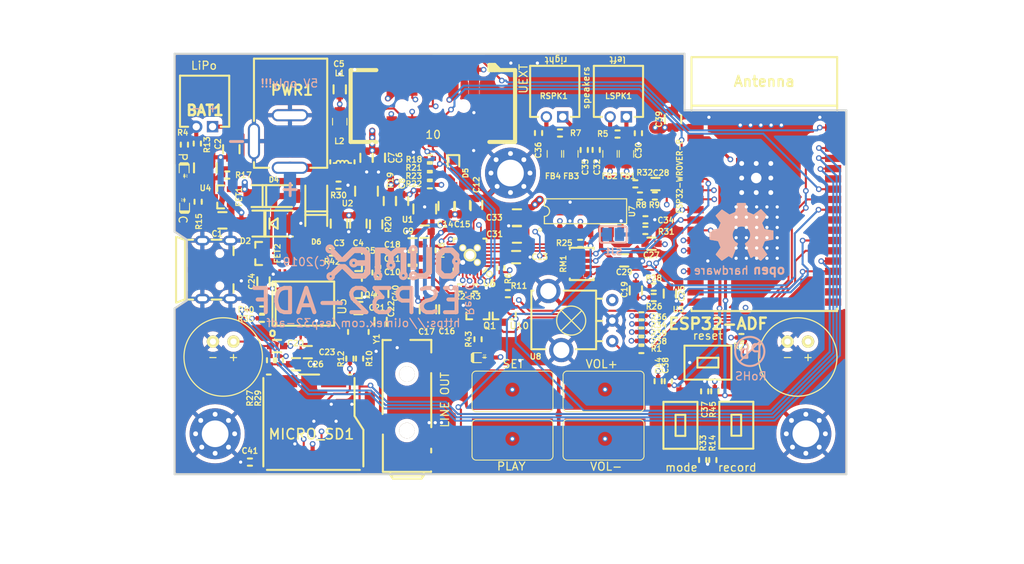
<source format=kicad_pcb>
(kicad_pcb (version 20221018) (generator pcbnew)
  (layers (0 "F.Cu" signal) (1 "In1.Cu" power) (2 "In2.Cu" mixed) (31 "B.Cu" signal) (35 "F.Paste" user) (36 "B.SilkS" user "B.Silkscreen") (37 "F.SilkS" user "F.Silkscreen") (38 "B.Mask" user) (39 "F.Mask" user) (44 "Edge.Cuts" user))
  (net 0 "")
  (net 1 "Net-(AUDIO_JACK_5PIN1-Pad2)")
  (net 2 "Net-(AUDIO_JACK_5PIN1-Pad3)")
  (net 3 "Net-(AUDIO_JACK_5PIN1-Pad4)")
  (net 4 "GND")
  (net 5 "Net-(BAT1-Pad1)")
  (net 6 "Net-(BUT1-Pad2)")
  (net 7 "Net-(BUT2-Pad2)")
  (net 8 "+5V")
  (net 9 "+BATT")
  (net 10 "Net-(C5-Pad2)")
  (net 11 "+3V3")
  (net 12 "+3.3VA")
  (net 13 "Net-(C10-Pad1)")
  (net 14 "Net-(C11-Pad1)")
  (net 15 "Net-(C12-Pad1)")
  (net 16 "Net-(C13-Pad1)")
  (net 17 "Net-(C16-Pad2)")
  (net 18 "Net-(C17-Pad2)")
  (net 19 "Net-(C18-Pad1)")
  (net 20 "Net-(C19-Pad2)")
  (net 21 "Net-(C19-Pad1)")
  (net 22 "Net-(C20-Pad2)")
  (net 23 "Net-(C20-Pad1)")
  (net 24 "Net-(C21-Pad1)")
  (net 25 "Net-(C22-Pad1)")
  (net 26 "Net-(C25-Pad1)")
  (net 27 "Net-(C26-Pad1)")
  (net 28 "Net-(C27-Pad2)")
  (net 29 "Net-(C27-Pad1)")
  (net 30 "Net-(C28-Pad1)")
  (net 31 "Net-(C28-Pad2)")
  (net 32 "Net-(C29-Pad1)")
  (net 33 "Net-(C30-Pad1)")
  (net 34 "Net-(C32-Pad2)")
  (net 35 "Net-(C35-Pad1)")
  (net 36 "Net-(C36-Pad2)")
  (net 37 "Net-(CHARGING1-Pad1)")
  (net 38 "Net-(COMPLETE2-Pad1)")
  (net 39 "Net-(D5-Pad1)")
  (net 40 "Net-(D6-Pad2)")
  (net 41 "Net-(FB1-Pad2)")
  (net 42 "Net-(FB2-Pad2)")
  (net 43 "Net-(FB3-Pad2)")
  (net 44 "Net-(FB4-Pad2)")
  (net 45 "/+5V_USB")
  (net 46 "Net-(L2-Pad1)")
  (net 47 "Net-(PWRLED1-Pad1)")
  (net 48 "Net-(Q1-Pad3)")
  (net 49 "/ESP_EN")
  (net 50 "Net-(Q4-Pad2)")
  (net 51 "Net-(Q4-Pad1)")
  (net 52 "Net-(Q5-Pad1)")
  (net 53 "Net-(Q5-Pad2)")
  (net 54 "Net-(R2-Pad2)")
  (net 55 "Net-(R11-Pad1)")
  (net 56 "Net-(R13-Pad1)")
  (net 57 "Net-(R15-Pad2)")
  (net 58 "Net-(R19-Pad1)")
  (net 59 "Net-(R31-Pad1)")
  (net 60 "Net-(R32-Pad1)")
  (net 61 "Net-(R35-Pad1)")
  (net 62 "/D_Com")
  (net 63 "Net-(R40-Pad1)")
  (net 64 "Net-(RM1-Pad1.2)")
  (net 65 "Net-(RM1-Pad4.2)")
  (net 66 "Net-(RM1-Pad2.2)")
  (net 67 "Net-(RM1-Pad3.2)")
  (net 68 "Net-(U1-Pad4)")
  (net 69 "Net-(U5-Pad17)")
  (net 70 "Net-(U5-Pad14)")
  (net 71 "Net-(U5-Pad13)")
  (net 72 "Net-(U5-Pad12)")
  (net 73 "Net-(U5-Pad11)")
  (net 74 "Net-(U6-Pad25)")
  (net 75 "Net-(U6-Pad22)")
  (net 76 "Net-(U6-Pad21)")
  (net 77 "Net-(U6-Pad9)")
  (net 78 "Net-(USB-UART1-Pad4)")
  (net 79 "Net-(R34-Pad1)")
  (net 80 "Net-(R36-Pad1)")
  (net 81 "Net-(R38-Pad1)")
  (net 82 "Net-(R39-Pad1)")
  (net 83 "/D_N")
  (net 84 "/D_P")
  (net 85 "Net-(R1-Pad2)")
  (net 86 "Net-(U3-Pad21)")
  (net 87 "Net-(U3-Pad22)")
  (net 88 "Net-(U3-Pad20)")
  (net 89 "Net-(U3-Pad19)")
  (net 90 "Net-(U3-Pad17)")
  (net 91 "Net-(U3-Pad18)")
  (net 92 "Net-(U3-Pad32)")
  (net 93 "Net-(U5-Pad20)")
  (net 94 "Net-(R8-Pad1)")
  (net 95 "Net-(U3-Pad27)")
  (net 96 "Net-(U3-Pad28)")
  (net 97 "/HP_DET")
  (net 98 "/BUT_REC")
  (net 99 "/BUT_MODE")
  (net 100 "/U1RXD")
  (net 101 "Net-(MICRO_SD1-Pad1)")
  (net 102 "/SD_CS")
  (net 103 "/HS_MOSI")
  (net 104 "/HS_SCK")
  (net 105 "/HS_MISO")
  (net 106 "Net-(MICRO_SD1-Pad8)")
  (net 107 "/GPIO2")
  (net 108 "/IR_RXD")
  (net 109 "/ES_MCLK")
  (net 110 "/I2C_SCL")
  (net 111 "/I2C_SDA")
  (net 112 "/HS_CS")
  (net 113 "/TP_PLAY")
  (net 114 "/U0RXD")
  (net 115 "/TP_SET")
  (net 116 "/TP_VOLM")
  (net 117 "/TP_VOLP")
  (net 118 "/U0TXD")
  (net 119 "/ES_DSDIN")
  (net 120 "/ES_SCLK")
  (net 121 "/ES_LRCK")
  (net 122 "/ES_ASDOUT")
  (net 123 "/U1TXD")
  (footprint "OLIMEX_Connectors-FP:PJ-W47S-05D2-LF_5PIN_V2" (layer "F.Cu") (at 86.7 85.6 90)
    (fp_text reference "AUDIO_JACK_5PIN1" hide)
    (fp_text value "PJ-W47S-05D2-LF_V2")
  )
  (footprint "OLIMEX_Connectors-FP:LIPO_BAT-CON2DW02R" (layer "F.Cu") (at 58.674 38.862 180)
    (fp_text reference "BAT1")
    (fp_text value "DW02R")
  )
  (footprint "OLIMEX_Buttons-FP:T1107A(6x3,8x2,5MM)" (layer "F.Cu") (at 124.405025 78.93934 -90)
    (fp_text reference "BUT1" hide)
    (fp_text value "T1107A(6x3,8x2,5MM)")
  )
  (footprint "OLIMEX_Buttons-FP:T1107A(6x3,8x2,5MM)" (layer "F.Cu") (at 117.5 78.954 -90)
    (fp_text reference "BUT2" hide)
    (fp_text value "T1107A(6x3,8x2,5MM)")
  )
  (footprint "OLIMEX_LEDs-FP:LED_0603_KA" (layer "F.Cu") (at 56.2 51.1 90)
    (fp_text reference "CHARGING1" hide)
    (fp_text value "LED/YELLOW/0603")
  )
  (footprint "OLIMEX_LEDs-FP:LED_0603_KA" (layer "F.Cu") (at 93.28912 70.56374)
    (fp_text reference "COMPLETE2" hide)
    (fp_text value "LED/GREEN/0603")
  )
  (footprint "OLIMEX_Diodes-FP:DO214AA_1(K)-2(A)" (layer "F.Cu") (at 67.1 54)
    (fp_text reference "D2")
    (fp_text value "SMBJ6.0A(DO-214AA)")
  )
  (footprint "OLIMEX_Diodes-FP:SMA-KA" (layer "F.Cu") (at 67 50.6)
    (fp_text reference "D4")
    (fp_text value "1N5822/SS34/SMA")
  )
  (footprint "OLIMEX_Diodes-FP:SOD-123_1C-2A_KA" (layer "F.Cu") (at 89.45118 47.79772 -90)
    (fp_text reference "D5")
    (fp_text value "1N5819S4(SOD-123)")
  )
  (footprint "OLIMEX_Diodes-FP:SMA-KA" (layer "F.Cu") (at 72.5 51.8 90)
    (fp_text reference "D6")
    (fp_text value "1N5822/SS34/SMA")
  )
  (footprint "OLIMEX_RLC-FP:L_0805_5MIL_DWS" (layer "F.Cu") (at 110.833 45.393 -90)
    (fp_text reference "FB1")
    (fp_text value "FB0805")
  )
  (footprint "OLIMEX_RLC-FP:L_0805_5MIL_DWS" (layer "F.Cu") (at 108.801 45.393 -90)
    (fp_text reference "FB2")
    (fp_text value "FB0805")
  )
  (footprint "OLIMEX_RLC-FP:L_0805_5MIL_DWS" (layer "F.Cu") (at 103.959 45.393 -90)
    (fp_text reference "FB3")
    (fp_text value "FB0805")
  )
  (footprint "OLIMEX_RLC-FP:L_0805_5MIL_DWS" (layer "F.Cu") (at 101.927 45.393 -90)
    (fp_text reference "FB4")
    (fp_text value "FB0805")
  )
  (footprint "OLIMEX_RLC-FP:L_0805_5MIL_DWS" (layer "F.Cu") (at 75.4 41.384 90)
    (fp_text reference "L1")
    (fp_text value "FB0805/600R/2A")
  )
  (footprint "OLIMEX_Other-FP:Mounting_hole_Shield_3.3mm" (layer "F.Cu") (at 60 80 -90)
    (fp_text reference "MH2" hide)
    (fp_text value "Mounting_hole_Shield_3.3mm" hide)
  )
  (footprint "OLIMEX_Other-FP:Mounting_hole_Shield_3.3mm" (layer "F.Cu") (at 133 80 -90)
    (fp_text reference "MH3" hide)
    (fp_text value "Mounting_hole_Shield_3.3mm" hide)
  )
  (footprint "OLIMEX_Other-FP:MIC" (layer "F.Cu") (at 132 70.5)
    (fp_text reference "MIC1" hide)
    (fp_text value "mic")
  )
  (footprint "OLIMEX_Other-FP:MIC" (layer "F.Cu") (at 61 70.5)
    (fp_text reference "MIC2" hide)
    (fp_text value "mic")
  )
  (footprint "OLIMEX_Connectors-FP:PWRJ-2mm(YDJ-1136)" (layer "F.Cu") (at 64.5 47.1 -90)
    (fp_text reference "PWR1")
    (fp_text value "PWRJ-2mm(YDJ-1134)")
  )
  (footprint "OLIMEX_LEDs-FP:LED_0603_KA" (layer "F.Cu") (at 56.2 48.1 -90)
    (fp_text reference "PWRLED1" hide)
    (fp_text value "LED/RED/0603")
  )
  (footprint "OLIMEX_Transistors-FP:SOT23" (layer "F.Cu") (at 92.47124 65.20434 90)
    (fp_text reference "Q1")
    (fp_text value "DTC114YKA")
  )
  (footprint "OLIMEX_Crystal-FP:TSX-3.2x2.5mm_GND(3)" (layer "F.Cu") (at 77.7 67.4 -90)
    (fp_text reference "Y1")
    (fp_text value "Q12MHz/20pF/30ppm/2P/HC-49SM(SMD)")
  )
  (footprint "OLIMEX_Transistors-FP:SOT23" (layer "F.Cu") (at 77.5 61.8 180)
    (fp_text reference "Q4")
    (fp_text value "BC817-40(SOT23)")
  )
  (footprint "OLIMEX_Transistors-FP:SOT23" (layer "F.Cu") (at 77.50744 58.44996 180)
    (fp_text reference "Q5")
    (fp_text value "BC817-40(SOT23)")
  )
  (footprint "OLIMEX_RLC-FP:RA1206_(4X0603)_4B8_mine_1.1" (layer "F.Cu") (at 105.30586 58.9915 90)
    (fp_text reference "RM1")
    (fp_text value "RA1206_(4x0603)_4B8_22R")
  )
  (footprint "OLIMEX_Connectors-FP:LIPO_BAT-CON2DW02R" (layer "F.Cu") (at 101.943 37.646 180)
    (fp_text reference "RSPK1")
    (fp_text value "DW02R")
  )
  (footprint "OLIMEX_Buttons-FP:T1107A(6x3,8x2,5MM)" (layer "F.Cu") (at 120.9 71.199 180)
    (fp_text reference "RST1" hide)
    (fp_text value "T1107A(6x3,8x2,5MM)")
  )
  (footprint "OLIMEX_Regulators-FP:SOT-23-5" (layer "F.Cu") (at 78.7 50 90)
    (fp_text reference "U2")
    (fp_text value "SY8089AAAC(SOT23-5)")
  )
  (footprint "OLIMEX_Regulators-FP:SOT-23-5" (layer "F.Cu") (at 58.8 47.1 -90)
    (fp_text reference "U4")
    (fp_text value "BL4054B-42TPRN(SOT23-5)")
  )
  (footprint "OLIMEX_IC-FP:SSOP-20W" (layer "F.Cu") (at 70.9 63.9)
    (fp_text reference "U5")
    (fp_text value "CH340T(SSOP20W)")
  )
  (footprint "OLIMEX_IC-FP:QFN28_EP(29)_4.076x4.076x0.9mm_Pitch_0.45mm" (layer "F.Cu") (at 91.5 57.9 90)
    (fp_text reference "U6")
    (fp_text value "ES8388(QFN28)")
  )
  (footprint "OLIMEX_IC-FP:SO-16" (layer "F.Cu") (at 105.77068 52.4764)
    (fp_text reference "U7")
    (fp_text value "PAM8003")
  )
  (footprint "OLIMEX_Transistors-FP:SOT23" (layer "F.Cu") (at 95.72752 65.20434 90)
    (fp_text reference "U10")
    (fp_text value "BAT54C(SOT23-3)")
  )
  (footprint "OLIMEX_Connectors-FP:GBH-254-SMT-10_Smaller" (layer "F.Cu") (at 86.9061 39.4589)
    (fp_text reference "UEXT1" hide)
    (fp_text value "BH10S")
  )
  (footprint "OLIMEX_Connectors-FP:USB-MICRO_MISB-SWMM-5B_LF" (layer "F.Cu") (at 58.674 59.7 180)
    (fp_text reference "USB-UART1" hide)
    (fp_text value "MISB-SWMM-5B-LF(USB_MICRO)")
  )
  (footprint "OLIMEX_TestPoints-FP:TP_SMD_10.00x5.00mm" (layer "F.Cu") (at 96.734025 80.625)
    (fp_text reference "TESTPAD1" hide)
    (fp_text value "TESTPAD" hide)
  )
  (footprint "OLIMEX_TestPoints-FP:TP_SMD_10.00x5.00mm" (layer "F.Cu") (at 96.734025 74.539339)
    (fp_text reference "TESTPAD2" hide)
    (fp_text value "TESTPAD" hide)
  )
  (footprint "OLIMEX_TestPoints-FP:TP_SMD_10.00x5.00mm" (layer "F.Cu") (at 108.184025 80.625)
    (fp_text reference "TESTPAD3" hide)
    (fp_text value "TESTPAD" hide)
  )
  (footprint "OLIMEX_TestPoints-FP:TP_SMD_10.00x5.00mm" (layer "F.Cu") (at 108.184025 74.525)
    (fp_text reference "TESTPAD4" hide)
    (fp_text value "TESTPAD" hide)
  )
  (footprint "OLIMEX_RLC-FP:C_0805_5MIL_DWS" (layer "F.Cu") (at 60.9 53.6 180)
    (fp_text reference "C1")
    (fp_text value "47uF/6.3V/20%/X5R/C0805")
  )
  (footprint "OLIMEX_RLC-FP:C_0805_5MIL_DWS" (layer "F.Cu") (at 62 44.8 90)
    (fp_text reference "C2")
    (fp_text value "47uF/6.3V/20%/X5R/C0805")
  )
  (footprint "OLIMEX_RLC-FP:C_0805_5MIL_DWS" (layer "F.Cu") (at 75.3 54 -90)
    (fp_text reference "C3")
    (fp_text value "47uF/6.3V/20%/X5R/C0805")
  )
  (footprint "OLIMEX_RLC-FP:C_0805_5MIL_DWS" (layer "F.Cu") (at 77.7 54 -90)
    (fp_text reference "C4")
    (fp_text value "47uF/6.3V/20%/X5R/C0805")
  )
  (footprint "OLIMEX_RLC-FP:C_0603_5MIL_DWS" (layer "F.Cu") (at 75.4 37.4 -90)
    (fp_text reference "C5")
    (fp_text value "22uF/6.3V/20%/X5R/C0603")
  )
  (footprint "OLIMEX_RLC-FP:C_0603_5MIL_DWS" (layer "F.Cu") (at 80.23352 45.85462 -90)
    (fp_text reference "C6")
    (fp_text value "22uF/6.3V/20%/X5R/C0603")
  )
  (footprint "OLIMEX_RLC-FP:C_0603_5MIL_DWS" (layer "F.Cu") (at 83.1 51.2 -90)
    (fp_text reference "C8")
    (fp_text value "10uF")
  )
  (footprint "OLIMEX_RLC-FP:C_0603_5MIL_DWS" (layer "F.Cu") (at 85.9 55 180)
    (fp_text reference "C9")
    (fp_text value "10uF")
  )
  (footprint "OLIMEX_RLC-FP:C_0603_5MIL_DWS" (layer "F.Cu") (at 84.4 60.0065 180)
    (fp_text reference "C10")
    (fp_text value "10uF")
  )
  (footprint "OLIMEX_RLC-FP:C_0603_5MIL_DWS" (layer "F.Cu") (at 97.19564 58.15076)
    (fp_text reference "C13")
    (fp_text value "100nF")
  )
  (footprint "OLIMEX_RLC-FP:C_0805_5MIL_DWS" (layer "F.Cu") (at 88.62314 51.82362 90)
    (fp_text reference "C14")
    (fp_text value "47uF")
  )
  (footprint "OLIMEX_RLC-FP:C_0805_5MIL_DWS" (layer "F.Cu") (at 90.5637 51.8414 90)
    (fp_text reference "C15")
    (fp_text value "47uF")
  )
  (footprint "OLIMEX_RLC-FP:C_0805_5MIL_DWS" (layer "F.Cu") (at 88.7 64.6 90)
    (fp_text reference "C16")
    (fp_text value "47uF")
  )
  (footprint "OLIMEX_RLC-FP:C_0805_5MIL_DWS" (layer "F.Cu") (at 86.3 64.6 90)
    (fp_text reference "C17")
    (fp_text value "47uF")
  )
  (footprint "OLIMEX_RLC-FP:C_0603_5MIL_DWS" (layer "F.Cu") (at 84.3915 56.5625 180)
    (fp_text reference "C18")
    (fp_text value "10uF")
  )
  (footprint "OLIMEX_RLC-FP:C_0603_5MIL_DWS" (layer "F.Cu") (at 111.99368 62.2681 90)
    (fp_text reference "C19")
    (fp_text value "1uF")
  )
  (footprint "OLIMEX_RLC-FP:C_0603_5MIL_DWS" (layer "F.Cu") (at 77.7 64.45)
    (fp_text reference "C21")
    (fp_text value "27pF/50V/5%/C0G")
  )
  (footprint "OLIMEX_RLC-FP:C_0603_5MIL_DWS" (layer "F.Cu") (at 80.45 66.15 90)
    (fp_text reference "C22")
    (fp_text value "27pF/50V/5%/C0G")
  )
  (footprint "OLIMEX_RLC-FP:C_0603_5MIL_DWS" (layer "F.Cu") (at 65.9765 61.1505 90)
    (fp_text reference "C24")
    (fp_text value "100nF/50V/20%/Y5V")
  )
  (footprint "OLIMEX_RLC-FP:C_0603_5MIL_DWS" (layer "F.Cu") (at 116.2 62.661 -90)
    (fp_text reference "C25")
    (fp_text value "10uF")
  )
  (footprint "OLIMEX_RLC-FP:C_0603_5MIL_DWS" (layer "F.Cu") (at 113.93 56.496)
    (fp_text reference "C27")
    (fp_text value "1uF")
  )
  (footprint "OLIMEX_RLC-FP:C_0603_5MIL_DWS" (layer "F.Cu") (at 114.41176 49.1109)
    (fp_text reference "C28")
    (fp_text value "1uF")
  )
  (footprint "OLIMEX_RLC-FP:C_0603_5MIL_DWS" (layer "F.Cu") (at 110.5535 58.547)
    (fp_text reference "C29")
    (fp_text value "1uF")
  )
  (footprint "OLIMEX_RLC-FP:C_0402_5MIL_DWS" (layer "F.Cu") (at 112.3061 42.82186 -90)
    (fp_text reference "C30")
    (fp_text value "270pF")
  )
  (footprint "OLIMEX_RLC-FP:C_0402_5MIL_DWS" (layer "F.Cu") (at 107.09148 44.88688 90)
    (fp_text reference "C32")
    (fp_text value "270pF")
  )
  (footprint "OLIMEX_RLC-FP:C_0805_5MIL_DWS" (layer "F.Cu") (at 97.293 53.25 180)
    (fp_text reference "C33")
    (fp_text value "47uF/6.3V/20%/X5R/C0805")
  )
  (footprint "OLIMEX_RLC-FP:C_0402_5MIL_DWS" (layer "F.Cu") (at 113.18 53.5305 180)
    (fp_text reference "C34")
    (fp_text value "100nF/50V/20%/Y5V/C0603")
  )
  (footprint "OLIMEX_RLC-FP:C_0402_5MIL_DWS" (layer "F.Cu") (at 105.61066 44.89704 -90)
    (fp_text reference "C35")
    (fp_text value "270pF")
  )
  (footprint "OLIMEX_RLC-FP:C_0402_5MIL_DWS" (layer "F.Cu") (at 99.96678 42.799 90)
    (fp_text reference "C36")
    (fp_text value "270pF")
  )
  (footprint "OLIMEX_RLC-FP:C_0402_5MIL_DWS" (layer "F.Cu") (at 120.5 74.75 -90)
    (fp_text reference "C37")
    (fp_text value "100nF/50V/20%/Y5V")
  )
  (footprint "OLIMEX_RLC-FP:C_0402_5MIL_DWS" (layer "F.Cu") (at 116 73.5 -90)
    (fp_text reference "C38")
    (fp_text value "100nF/50V/20%/Y5V")
  )
  (footprint "OLIMEX_RLC-FP:R_0402_5MIL_DWS" (layer "F.Cu") (at 90.2462 61.95822)
    (fp_text reference "R2")
    (fp_text value "n.a.")
  )
  (footprint "OLIMEX_RLC-FP:R_0402_5MIL_DWS" (layer "F.Cu") (at 92.15146 61.95438)
    (fp_text reference "R3")
    (fp_text value "10K")
  )
  (footprint "OLIMEX_RLC-FP:R_0402_5MIL_DWS" (layer "F.Cu") (at 56.2 44.235 90)
    (fp_text reference "R4")
    (fp_text value "2.2k")
  )
  (footprint "OLIMEX_RLC-FP:R_0402_5MIL_DWS" (layer "F.Cu") (at 95.3 59.5 -90)
    (fp_text reference "R6")
    (fp_text value "220R(100R)")
  )
  (footprint "OLIMEX_RLC-FP:R_0402_5MIL_DWS" (layer "F.Cu") (at 96.17202 62.66942)
    (fp_text reference "R11")
    (fp_text value "22R")
  )
  (footprint "OLIMEX_RLC-FP:R_0402_5MIL_DWS" (layer "F.Cu") (at 57.8 44.1 90)
    (fp_text reference "R13")
    (fp_text value "2.2k")
  )
  (footprint "OLIMEX_RLC-FP:R_0402_5MIL_DWS" (layer "F.Cu") (at 121.5 83.25 -90)
    (fp_text reference "R14")
    (fp_text value "220R")
  )
  (footprint "OLIMEX_RLC-FP:R_0402_5MIL_DWS" (layer "F.Cu") (at 57.9 51.3 90)
    (fp_text reference "R15")
    (fp_text value "2.2k")
  )
  (footprint "OLIMEX_RLC-FP:R_0402_5MIL_DWS" (layer "F.Cu") (at 86.8 57.3 -90)
    (fp_text reference "R16")
    (fp_text value "4.7R")
  )
  (footprint "OLIMEX_RLC-FP:R_0402_5MIL_DWS" (layer "F.Cu") (at 61.5 48)
    (fp_text reference "R17")
    (fp_text value "NA/R0603")
  )
  (footprint "OLIMEX_RLC-FP:R_0402_5MIL_DWS" (layer "F.Cu") (at 86.53622 45.954)
    (fp_text reference "R18")
    (fp_text value "2.2k")
  )
  (footprint "OLIMEX_RLC-FP:R_0603_5MIL_DWS" (layer "F.Cu") (at 81.6 51.211 90)
    (fp_text reference "R19")
    (fp_text value "4.99k/1%/R0603")
  )
  (footprint "OLIMEX_RLC-FP:R_0402_5MIL_DWS" (layer "F.Cu") (at 86.53272 47.0375)
    (fp_text reference "R21")
    (fp_text value "2.2k")
  )
  (footprint "OLIMEX_RLC-FP:R_0402_5MIL_DWS" (layer "F.Cu") (at 86.53272 49.1965)
    (fp_text reference "R22")
    (fp_text value "10k")
  )
  (footprint "OLIMEX_RLC-FP:R_0402_5MIL_DWS" (layer "F.Cu") (at 86.53622 48.117)
    (fp_text reference "R23")
    (fp_text value "10k")
  )
  (footprint "OLIMEX_RLC-FP:R_0402_5MIL_DWS" (layer "F.Cu") (at 125.03912 68.09994)
    (fp_text reference "R24")
    (fp_text value "10k")
  )
  (footprint "OLIMEX_RLC-FP:R_0402_5MIL_DWS" (layer "F.Cu") (at 105.1 56.45 180)
    (fp_text reference "R25")
    (fp_text value "27K")
  )
  (footprint "OLIMEX_RLC-FP:R_0402_5MIL_DWS" (layer "F.Cu") (at 114.2 63.15 180)
    (fp_text reference "R26")
    (fp_text value "2.2K")
  )
  (footprint "OLIMEX_RLC-FP:R_0402_5MIL_DWS" (layer "F.Cu") (at 66.85 70.9 90)
    (fp_text reference "R27")
    (fp_text value "2.2K")
  )
  (footprint "OLIMEX_RLC-FP:R_0402_5MIL_DWS" (layer "F.Cu") (at 114.2 61.85)
    (fp_text reference "R28")
    (fp_text value "1K")
  )
  (footprint "OLIMEX_RLC-FP:R_0402_5MIL_DWS" (layer "F.Cu") (at 75.25 49.25)
    (fp_text reference "R30")
    (fp_text value "10k")
  )
  (footprint "OLIMEX_RLC-FP:R_0402_5MIL_DWS" (layer "F.Cu") (at 113.168 54.845)
    (fp_text reference "R31")
    (fp_text value "10k")
  )
  (footprint "OLIMEX_RLC-FP:R_0402_5MIL_DWS" (layer "F.Cu") (at 111.93018 49.08804)
    (fp_text reference "R32")
    (fp_text value "10k")
  )
  (footprint "OLIMEX_RLC-FP:R_0402_5MIL_DWS" (layer "F.Cu") (at 120.25 83.25 -90)
    (fp_text reference "R33")
    (fp_text value "220R")
  )
  (footprint "OLIMEX_RLC-FP:R_0402_5MIL_DWS" (layer "F.Cu") (at 112.6715 66.4135)
    (fp_text reference "R34")
    (fp_text value "510R")
  )
  (footprint "OLIMEX_RLC-FP:R_0402_5MIL_DWS" (layer "F.Cu") (at 65.79108 65.71488 180)
    (fp_text reference "R35")
    (fp_text value "220R")
  )
  (footprint "OLIMEX_RLC-FP:R_0402_5MIL_DWS" (layer "F.Cu") (at 112.6715 65.4135)
    (fp_text reference "R36")
    (fp_text value "510R")
  )
  (footprint "OLIMEX_RLC-FP:R_0402_5MIL_DWS" (layer "F.Cu") (at 112.6715 68.5135)
    (fp_text reference "R38")
    (fp_text value "510R")
  )
  (footprint "OLIMEX_RLC-FP:R_0402_5MIL_DWS" (layer "F.Cu") (at 112.6715 67.4135)
    (fp_text reference "R39")
    (fp_text value "510R")
  )
  (footprint "OLIMEX_RLC-FP:R_0402_5MIL_DWS" (layer "F.Cu") (at 65.8114 64.70142 180)
    (fp_text reference "R40")
    (fp_text value "220R")
  )
  (footprint "OLIMEX_RLC-FP:R_0402_5MIL_DWS" (layer "F.Cu") (at 74.4347 57.51322)
    (fp_text reference "R42")
    (fp_text value "1k")
  )
  (footprint "OLIMEX_RLC-FP:R_0402_5MIL_DWS" (layer "F.Cu") (at 92.48902 68.30822 90)
    (fp_text reference "R43")
    (fp_text value "2.2k")
  )
  (footprint "OLIMEX_RLC-FP:R_0402_5MIL_DWS" (layer "F.Cu") (at 114.75 73.5 -90)
    (fp_text reference "R44")
    (fp_text value "10k")
  )
  (footprint "OLIMEX_RLC-FP:R_0402_5MIL_DWS" (layer "F.Cu") (at 121.75 74.742 -90)
    (fp_text reference "R45")
    (fp_text value "10k")
  )
  (footprint "OLIMEX_IC-FP:RPM7236-H8" (layer "F.Cu") (at 104 66 90)
    (fp_text reference "U8")
    (fp_text value "VS1838B")
  )
  (footprint "OLIMEX_RLC-FP:R_0402_5MIL_DWS" (layer "F.Cu") (at 102.616 42.799)
    (fp_text reference "R7")
    (fp_text value "1K")
  )
  (footprint "OLIMEX_Other-FP:Mounting_hole_Shield_3.3mm" (layer "F.Cu") (at 96.5 47.75 -90)
    (fp_text reference "MH3" hide)
    (fp_text value "Mounting_hole_Shield_3.3mm" hide)
  )
  (footprint "OLIMEX_RLC-FP:R_0402_5MIL_DWS" (layer "F.Cu") (at 112.675 69.575 180)
    (fp_text reference "R1")
    (fp_text value "220R")
  )
  (footprint "OLIMEX_Cases-FP:ESP32-WROVER_MODULE_" (layer "F.Cu") (at 127.86868 49.1142)
    (fp_text reference "U3")
    (fp_text value "ESP32-WROVER(_PCB,_IPEX,-xB)_and_ESP-WROOM-32-Universal")
  )
  (footprint "OLIMEX_RLC-FP:R_0402_5MIL_DWS" (layer "F.Cu") (at 67.95 70.9 -90)
    (fp_text reference "R29")
    (fp_text value "1K")
  )
  (footprint "OLIMEX_RLC-FP:R_0402_5MIL_DWS" (layer "F.Cu") (at 112.50422 50.59934 180)
    (fp_text reference "R8")
    (fp_text value "1K")
  )
  (footprint "OLIMEX_RLC-FP:R_0402_5MIL_DWS" (layer "F.Cu") (at 114.34318 50.58664 180)
    (fp_text reference "R9")
    (fp_text value "1K(n.a.)")
  )
  (footprint "OLIMEX_RLC-FP:C_0805_5MIL_DWS" (layer "F.Cu") (at 97.293 55.353 180)
    (fp_text reference "C31")
    (fp_text value "47uF/6.3V/20%/X5R/C0805")
  )
  (footprint "OLIMEX_RLC-FP:C_0805_5MIL_DWS" (layer "F.Cu") (at 116.58346 41.09974 90)
    (fp_text reference "C39")
    (fp_text value "47uF/6.3V/20%/X5R/C0805")
  )
  (footprint "OLIMEX_RLC-FP:C_0603_5MIL_DWS" (layer "F.Cu") (at 80.65 62.6 -90)
    (fp_text reference "C40")
    (fp_text value "1uF/6.3V/20%/X5R/C0603")
  )
  (footprint "OLIMEX_RLC-FP:R_0402_5MIL_DWS" (layer "F.Cu") (at 77.85 70.7 -90)
    (fp_text reference "R10")
    (fp_text value "10k")
  )
  (footprint "OLIMEX_RLC-FP:C_0603_5MIL_DWS" (layer "F.Cu") (at 78.70952 45.86732 -90)
    (fp_text reference "C7")
    (fp_text value "22uF/6.3V/20%/X5R/C0603")
  )
  (footprint "OLIMEX_RLC-FP:R_0603_5MIL_DWS" (layer "F.Cu") (at 79.9 54.1 -90)
    (fp_text reference "R20")
    (fp_text value "1.1k/1%/R0603")
  )
  (footprint "OLIMEX_RLC-FP:R_0402_5MIL_DWS" (layer "F.Cu") (at 78.98638 60.05576 -90)
    (fp_text reference "R41")
    (fp_text value "1k")
  )
  (footprint "OLIMEX_RLC-FP:C_0603_5MIL_DWS" (layer "F.Cu") (at 84.4 58.3065 180)
    (fp_text reference "C11")
    (fp_text value "10uF")
  )
  (footprint "OLIMEX_Regulators-FP:SOT-23-5" (layer "F.Cu") (at 85.9 52.2 90)
    (fp_text reference "U1")
    (fp_text value "AP1231-33")
  )
  (footprint "OLIMEX_RLC-FP:C_0603_5MIL_DWS" (layer "F.Cu") (at 92.25026 51.69408 90)
    (fp_text reference "C12")
    (fp_text value "10uF")
  )
  (footprint "OLIMEX_RLC-FP:R_0402_5MIL_DWS" (layer "F.Cu") (at 109.728 42.926)
    (fp_text reference "R5")
    (fp_text value "1K")
  )
  (footprint "OLIMEX_Transistors-FP:SOT23" (layer "F.Cu") (at 65.6 57.7)
    (fp_text reference "FET2")
    (fp_text value "WPM2015-3/TR")
  )
  (footprint "OLIMEX_Transistors-FP:SOT23" (layer "F.Cu") (at 60.9 50.7)
    (fp_text reference "FET1")
    (fp_text value "WPM2015-3/TR")
  )
  (footprint "OLIMEX_RLC-FP:C_0402_5MIL_DWS" (layer "F.Cu") (at 64.3 83.5)
    (fp_text reference "C41")
    (fp_text value "100nF/50V/20%/Y5V")
  )
  (footprint "OLIMEX_Connectors-FP:TFC-WXCP11-08-LF" (layer "F.Cu") (at 71.5 78.75 -90)
    (fp_text reference "MICRO_SD1")
    (fp_text value "MICRO_SD(TFC-WXCP11-08-LF)")
  )
  (footprint "OLIMEX_RLC-FP:R_0402_5MIL_DWS" (layer "F.Cu") (at 76.65 70.7 -90)
    (fp_text reference "R12")
    (fp_text value "10k")
  )
  (footprint "OLIMEX_Connectors-FP:LIPO_BAT-CON2DW02R" (layer "F.Cu") (at 109.817 37.646 180)
    (fp_text reference "LSPK1")
    (fp_text value "DW02R")
  )
  (footprint "OLIMEX_RLC-FP:C_0603_5MIL_DWS" (layer "F.Cu") (at 71.45 69.9)
    (fp_text reference "C23")
    (fp_text value "22uF/6.3V/20%/X5R/C0603")
  )
  (footprint "OLIMEX_RLC-FP:C_0603_5MIL_DWS" (layer "F.Cu") (at 67.65 69.15)
    (fp_text reference "C20")
    (fp_text value "1uF")
  )
  (footprint "OLIMEX_RLC-FP:C_0603_5MIL_DWS" (layer "F.Cu") (at 70 71.4)
    (fp_text reference "C26")
    (fp_text value "10uF")
  )
  (footprint "OLIMEX_RLC-FP:CD32" (layer "F.Cu") (at 75.72756 46.36516 90)
    (fp_text reference "L2")
    (fp_text value "2.2uH/1.5A/DCR<0.1R/CD32")
  )
  (footprint "OLIMEX_LOGOs-FP:OLIMEX_LOGO_TB" (layer "B.Cu") (at 81.825 58.8 180)
    (fp_text reference "" hide)
    (fp_text value "" hide)
  )
  (footprint "OLIMEX_LOGOs-FP:LOGO_OPENHARDWARE_8x8" (layer "B.Cu") (at 125.05 55.525 180)
    (fp_text reference "" hide)
    (fp_text value "" hide)
  )
  (footprint "OLIMEX_LOGOs-FP:LOGO_PBFREE" (layer "B.Cu") (at 126.275 69.5)
    (fp_text reference "")
    (fp_text value "")
  )
  (footprint "OLIMEX_Jumpers-FP:SJ" (layer "B.Cu") (at 109.2 55.35)
    (fp_text reference "SJ1")
    (fp_text value "if closed - PA disabled")
  )
  (gr_line (start 113 76.75) (end 113 72.75) (stroke (width 0.12)) (layer "F.SilkS"))
  (gr_line (start 103 72.75) (end 103 76.75) (stroke (width 0.12)) (layer "F.SilkS"))
  (gr_arc (start 103.5 77.25) (mid 103.146447 77.103553) (end 103 76.75) (stroke (width 0.12)) (layer "F.SilkS"))
  (gr_arc (start 103 72.75) (mid 103.146447 72.396447) (end 103.5 72.25) (stroke (width 0.12)) (layer "F.SilkS"))
  (gr_line (start 103.5 72.25) (end 112.5 72.25) (stroke (width 0.12)) (layer "F.SilkS"))
  (gr_arc (start 113 76.75) (mid 112.853553 77.103553) (end 112.5 77.25) (stroke (width 0.12)) (layer "F.SilkS"))
  (gr_line (start 103.5 77.25) (end 112.5 77.25) (stroke (width 0.12)) (layer "F.SilkS"))
  (gr_arc (start 112.5 72.25) (mid 112.853553 72.396447) (end 113 72.75) (stroke (width 0.12)) (layer "F.SilkS"))
  (gr_arc (start 101.25 78.25) (mid 101.603553 78.396447) (end 101.75 78.75) (stroke (width 0.12)) (layer "F.SilkS"))
  (gr_line (start 91.75 78.75) (end 91.75 82.75) (stroke (width 0.12)) (layer "F.SilkS"))
  (gr_arc (start 101.75 82.75) (mid 101.603553 83.103553) (end 101.25 83.25) (stroke (width 0.12)) (layer "F.SilkS"))
  (gr_line (start 92.25 83.25) (end 101.25 83.25) (stroke (width 0.12)) (layer "F.SilkS"))
  (gr_arc (start 92.25 83.25) (mid 91.896447 83.103553) (end 91.75 82.75) (stroke (width 0.12)) (layer "F.SilkS"))
  (gr_arc (start 91.75 78.75) (mid 91.896447 78.396447) (end 92.25 78.25) (stroke (width 0.12)) (layer "F.SilkS"))
  (gr_line (start 92.25 78.25) (end 101.25 78.25) (stroke (width 0.12)) (layer "F.SilkS"))
  (gr_line (start 101.75 82.75) (end 101.75 78.75) (stroke (width 0.12)) (layer "F.SilkS"))
  (gr_arc (start 103 78.75) (mid 103.146447 78.396447) (end 103.5 78.25) (stroke (width 0.12)) (layer "F.SilkS"))
  (gr_line (start 103.5 78.25) (end 112.5 78.25) (stroke (width 0.12)) (layer "F.SilkS"))
  (gr_line (start 113 82.75) (end 113 78.75) (stroke (width 0.12)) (layer "F.SilkS"))
  (gr_arc (start 112.5 78.25) (mid 112.853553 78.396447) (end 113 78.75) (stroke (width 0.12)) (layer "F.SilkS"))
  (gr_arc (start 103.5 83.25) (mid 103.146447 83.103553) (end 103 82.75) (stroke (width 0.12)) (layer "F.SilkS"))
  (gr_arc (start 113 82.75) (mid 112.853553 83.103553) (end 112.5 83.25) (stroke (width 0.12)) (layer "F.SilkS"))
  (gr_line (start 103.5 83.25) (end 112.5 83.25) (stroke (width 0.12)) (layer "F.SilkS"))
  (gr_line (start 103 78.75) (end 103 82.75) (stroke (width 0.12)) (layer "F.SilkS"))
  (gr_arc (start 92.25 77.25) (mid 91.896447 77.103553) (end 91.75 76.75) (stroke (width 0.12)) (layer "F.SilkS"))
  (gr_arc (start 101.25 72.25) (mid 101.603553 72.396447) (end 101.75 72.75) (stroke (width 0.12)) (layer "F.SilkS"))
  (gr_line (start 101.75 76.75) (end 101.75 72.75) (stroke (width 0.12)) (layer "F.SilkS"))
  (gr_line (start 92.25 77.25) (end 101.25 77.25) (stroke (width 0.12)) (layer "F.SilkS"))
  (gr_arc (start 101.75 76.75) (mid 101.603553 77.103553) (end 101.25 77.25) (stroke (width 0.12)) (layer "F.SilkS"))
  (gr_line (start 91.75 72.75) (end 91.75 76.75) (stroke (width 0.12)) (layer "F.SilkS"))
  (gr_arc (start 91.75 72.75) (mid 91.896447 72.396447) (end 92.25 72.25) (stroke (width 0.12)) (layer "F.SilkS"))
  (gr_line (start 92.25 72.25) (end 101.25 72.25) (stroke (width 0.12)) (layer "F.SilkS"))
  (gr_line (start 55 64.5) (end 55 85) (stroke (width 0.254)) (layer "Edge.Cuts"))
  (gr_line (start 55 85) (end 138 85) (stroke (width 0.254)) (layer "Edge.Cuts"))
  (gr_line (start 56.5 56) (end 56.5 63.5) (stroke (width 0.254)) (layer "Edge.Cuts"))
  (gr_line (start 138 40) (end 118 40) (stroke (width 0.254)) (layer "Edge.Cuts"))
  (gr_line (start 118 33) (end 55 33) (stroke (width 0.254)) (layer "Edge.Cuts"))
  (gr_line (start 56.5 63.5) (end 55 64.5) (stroke (width 0.254)) (layer "Edge.Cuts"))
  (gr_line (start 118 40) (end 118 33) (stroke (width 0.254)) (layer "Edge.Cuts"))
  (gr_line (start 138 85) (end 138 40) (stroke (width 0.254)) (layer "Edge.Cuts"))
  (gr_line (start 55 33) (end 55 55) (stroke (width 0.254)) (layer "Edge.Cuts"))
  (gr_line (start 55 55) (end 56.5 56) (stroke (width 0.254)) (layer "Edge.Cuts"))
  (gr_text "ESP32-ADF" (at 77.475 63.6) (layer "B.SilkS") (effects (font (size 3 3) (thickness 0.5)) (justify mirror)))
  (gr_text "-" (at 62.65 43.7) (layer "B.SilkS") (effects (font (size 2 2) (thickness 0.35)) (justify mirror)))
  (gr_text "5V only!!!" (at 69.175 36.65) (layer "B.SilkS") (effects (font (size 1 1)) (justify mirror)))
  (gr_text "Rev.C" (at 91.4 63.325 270) (layer "B.SilkS") (effects (font (size 1 1)) (justify mirror)))
  (gr_text "+" (at 69.275 49.65) (layer "B.SilkS") (effects (font (size 2 2) (thickness 0.35)) (justify mirror)))
  (gr_text "RoHS" (at 126.2 72.875) (layer "B.SilkS") (effects (font (size 1 1)) (justify mirror)))
  (gr_text "+ -" (at 58.7 39.725) (layer "B.SilkS") (effects (font (size 1 1)) (justify mirror)))
  (gr_text "https://olimex.com/esp32-adf" (at 78.325 66.3) (layer "B.SilkS") (effects (font (size 1 1)) (justify mirror)))
  (gr_text "(c)2019" (at 71.35 58.75) (layer "B.SilkS") (effects (font (size 1 1)) (justify mirror)))
  (gr_text "speakers" (at 105.83672 37.20338 90) (layer "F.SilkS") (effects (font (size 0.8 0.8))))
  (gr_text "reset" (at 120.89638 67.85356) (layer "F.SilkS") (effects (font (size 1 1))))
  (gr_text "right" (at 102.15 33.8 180) (layer "F.SilkS") (effects (font (size 0.8 0.8))))
  (gr_text "left" (at 109.75 33.75 180) (layer "F.SilkS") (effects (font (size 0.8 0.8))))
  (gr_text "UEXT" (at 98.09988 36.09086 90) (layer "F.SilkS") (effects (font (size 1 1))))
  (gr_text "record" (at 124.52096 84.15782) (layer "F.SilkS") (effects (font (size 1 1))))
  (gr_text "PLAY" (at 96.6 84.025) (layer "F.SilkS") (effects (font (size 1 1))))
  (gr_text "ESP32-ADF" (at 122.15 66.4) (layer "F.SilkS") (effects (font (size 1.4 1.4) (thickness 0.3))))
  (gr_text "P" (at 56 45.75 270) (layer "F.SilkS") (effects (font (size 1 1))))
  (gr_text "LINE OUT" (at 88.392 75.803 90) (layer "F.SilkS") (effects (font (size 1 1))))
  (gr_text "SET" (at 96.85 71.375) (layer "F.SilkS") (effects (font (size 1 1))))
  (gr_text "VOL-" (at 108.325 84.05) (layer "F.SilkS") (effects (font (size 1 1))))
  (gr_text "mode" (at 117.62232 84.15782) (layer "F.SilkS") (effects (font (size 1 1))))
  (gr_text "VOL+" (at 107.775 71.375) (layer "F.SilkS") (effects (font (size 1 1))))
  (gr_text "LiPo" (at 58.62066 34.45764) (layer "F.SilkS") (effects (font (size 1 1))))
  (gr_text "C" (at 56 53.5 270) (layer "F.SilkS") (effects (font (size 1 1))))
  (segment (start 88.7 66.90802) (end 87.2 68.40802) (width 0.508) (layer "F.Cu") (net 1))
  (segment (start 87.2 68.40802) (end 87.2 71.1) (width 0.508) (layer "F.Cu") (net 1))
  (segment (start 88.7 65.616) (end 88.7 66.90802) (width 0.508) (layer "F.Cu") (net 1))
  (segment (start 80.50276 73.56856) (end 80.5 73.57132) (width 0.508) (layer "F.Cu") (net 2))
  (segment (start 80.50276 72.58558) (end 80.50276 73.56856) (width 0.508) (layer "F.Cu") (net 2))
  (segment (start 86.3 65.616) (end 86.3 66.931522) (width 0.508) (layer "F.Cu") (net 2))
  (segment (start 80.5 73.57132) (end 80.5 78.8) (width 0.508) (layer "F.Cu") (net 2))
  (segment (start 80.645942 72.58558) (end 80.50276 72.58558) (width 0.508) (layer "F.Cu") (net 2))
  (segment (start 86.3 66.931522) (end 80.645942 72.58558) (width 0.508) (layer "F.Cu") (net 2))
  (segment (start 92.65946 61.95438) (end 93.50249 61.95438) (width 0.254) (layer "F.Cu") (net 4))
  (segment (start 107.09148 45.39488) (end 107.09148 46.291474) (width 0.508) (layer "F.Cu") (net 4))
  (segment (start 116.85268 72.992) (end 116.85524 72.98944) (width 0.254) (layer "F.Cu") (net 4))
  (segment (start 85.9 50.9) (end 85.9 51.93056) (width 0.762) (layer "F.Cu") (net 4))
  (segment (start 85.9 51.93056) (end 85.8901 51.94046) (width 0.762) (layer "F.Cu") (net 4))
  (segment (start 114.85118 52.9971) (end 114.32794 53.52034) (width 0.254) (layer "F.Cu") (net 4))
  (segment (start 58.8 48.4) (end 58.8 49.508) (width 0.508) (layer "F.Cu") (net 4))
  (segment (start 120.5 73.50774) (end 120.50014 73.5076) (width 0.254) (layer "F.Cu") (net 4))
  (segment (start 75.758 49.25) (end 76.4153 49.25) (width 0.508) (layer "F.Cu") (net 4))
  (segment (start 63.792 83.5) (end 63.15 83.5) (width 0.381) (layer "F.Cu") (net 4))
  (segment (start 119.37714 58.62574) (end 120.390758 58.62574) (width 0.762) (layer "F.Cu") (net 4))
  (segment (start 117.35392 40.8542) (end 116.58346 40.08374) (width 0.508) (layer "F.Cu") (net 4))
  (segment (start 114.31778 53.5305) (end 114.32794 53.52034) (width 0.508) (layer "F.Cu") (net 4))
  (segment (start 93.503524 61.964796) (end 93.512906 61.964796) (width 0.254) (layer "F.Cu") (net 4))
  (segment (start 80.5 64.45) (end 80.65 64.6) (width 0.254) (layer "F.Cu") (net 4))
  (segment (start 110.21568 53.71338) (end 110.17504 53.67274) (width 0.508) (layer "F.Cu") (net 4))
  (segment (start 72.525 69.625) (end 72.25 69.9) (width 0.254) (layer "F.Cu") (net 4))
  (segment (start 69.85 82.75) (end 69.85 81.25) (width 0.381) (layer "F.Cu") (net 4))
  (segment (start 105.61066 46.202586) (end 105.610646 46.2026) (width 0.508) (layer "F.Cu") (net 4))
  (segment (start 93.49616 61.97216) (end 93.503524 61.964796) (width 0.254) (layer "F.Cu") (net 4))
  (segment (start 83.511 58.3065) (end 83.511 57.4209) (width 0.762) (layer "F.Cu") (net 4))
  (segment (start 96.277 53.25) (end 96.277 54.27896) (width 1.016) (layer "F.Cu") (net 4))
  (segment (start 80.23352 46.74362) (end 80.184048 46.793092) (width 0.762) (layer "F.Cu") (net 4))
  (segment (start 90.6 55.81618) (end 90.6 57) (width 0.2032) (layer "F.Cu") (net 4))
  (segment (start 72.525 66.01752) (end 72.52462 66.01714) (width 0.254) (layer "F.Cu") (net 4))
  (segment (start 78.7 48.7) (end 78.7 47.64214) (width 0.508) (layer "F.Cu") (net 4))
  (segment (start 91.9861 42.6339) (end 91.9861 44.9326) (width 0.762) (layer "F.Cu") (net 4))
  (segment (start 91.51874 64.0969) (end 90.68308 64.0969) (width 0.254) (layer "F.Cu") (net 4))
  (segment (start 98.92284 58.15076) (end 98.93046 58.14314) (width 0.2032) (layer "F.Cu") (net 4))
  (segment (start 58.691239 49.616761) (end 58.691239 53.550239) (width 0.508) (layer "F.Cu") (net 4))
  (segment (start 99.96678 44.28322) (end 98.151 46.099) (width 0.508) (layer "F.Cu") (net 4))
  (segment (start 75.4 35.48644) (end 75.3999 35.48634) (width 0.762) (layer "F.Cu") (net 4))
  (segment (start 78.70952 47.59706) (end 78.7273 47.61484) (width 0.762) (layer "F.Cu") (net 4))
  (segment (start 56.335 43.592) (end 56.2 43.727) (width 0.508) (layer "F.Cu") (net 4))
  (segment (start 116 72.992) (end 116.85268 72.992) (width 0.254) (layer "F.Cu") (net 4))
  (segment (start 90.5637 50.8254) (end 92.22994 50.8254) (width 0.762) (layer "F.Cu") (net 4))
  (segment (start 78.7 47.64214) (end 78.7273 47.61484) (width 0.508) (layer "F.Cu") (net 4))
  (segment (start 93.50249 61.95438) (end 93.512906 61.964796) (width 0.254) (layer "F.Cu") (net 4))
  (segment (start 118.64822 71.199) (end 118.64848 71.19874) (width 0.254) (layer "F.Cu") (net 4))
  (segment (start 83.1 52.089) (end 85.74156 52.089) (width 0.762) (layer "F.Cu") (net 4))
  (segment (start 69.277 54) (end 69.277 55.56608) (width 0.508) (layer "F.Cu") (net 4))
  (segment (start 93.44492 50.80508) (end 94.849 49.401) (width 0.762) (layer "F.Cu") (net 4))
  (segment (start 63.23534 61.0875) (end 63.23584 61.087) (width 0.508) (layer "F.Cu") (net 4))
  (segment (start 75.4 36.511) (end 75.4 35.48644) (width 0.762) (layer "F.Cu") (net 4))
  (segment (start 79.9 54.989) (end 78.98076 54.989) (width 0.762) (layer "F.Cu") (net 4))
  (segment (start 91.9861 44.9326) (end 91.95054 44.96816) (width 0.762) (layer "F.Cu") (net 4))
  (segment (start 93.58382 57.9) (end 91.5 57.9) (width 0.254) (layer "F.Cu") (net 4))
  (segment (start 83.511 57.4209) (end 83.511 56.571) (width 0.762) (layer "F.Cu") (net 4))
  (segment (start 85.8901 51.94046) (end 85.8901 53.96484) (width 0.762) (layer "F.Cu") (net 4))
  (segment (start 78.70952 46.75632) (end 78.70952 47.59706) (width 0.762) (layer "F.Cu") (net 4))
  (segment (start 61.824 61.0875) (end 63.23534 61.0875) (width 0.508) (layer "F.Cu") (net 4))
  (segment (start 91.9861 42.6339) (end 91.9861 40.2844) (width 0.762) (layer "F.Cu") (net 4))
  (segment (start 105.61066 45.40504) (end 107.08132 45.40504) (width 0.508) (layer "F.Cu") (net 4))
  (segment (start 89.41618 57.9) (end 91.5 57.9) (width 0.254) (layer "F.Cu") (net 4))
  (segment (start 58.691239 53.550239) (end 58.741 53.6) (width 0.508) (layer "F.Cu") (net 4))
  (segment (start 119.36868 40.8542) (end 117.35392 40.8542) (width 0.508) (layer "F.Cu") (net 4))
  (segment (start 103.86568 54.9514) (end 103.86568 53.69814) (width 0.508) (layer "F.Cu") (net 4))
  (segment (start 134.73092 40.8542) (end 134.72922 40.8559) (width 0.762) (layer "F.Cu") (net 4))
  (segment (start 111.4425 58.547) (end 112.70996 58.547) (width 0.254) (layer "F.Cu") (net 4))
  (segment (start 71.65 71.4) (end 72.2 71.4) (width 0.254) (layer "F.Cu") (net 4))
  (segment (start 78.98076 54.989) (end 77.727 54.989) (width 0.762) (layer "F.Cu") (net 4))
  (segment (start 70.5616 54) (end 70.59422 53.96738) (width 0.508) (layer "F.Cu") (net 4))
  (segment (start 80.65 65.15) (end 80.45 65.35) (width 0.254) (layer "F.Cu") (net 4))
  (segment (start 103.86568 53.69814) (end 103.85044 53.6829) (width 0.508) (layer "F.Cu") (net 4))
  (segment (start 72.25 70.8) (end 72.2 70.85) (width 0.254) (layer "F.Cu") (net 4))
  (segment (start 69.277 55.56608) (end 69.30644 55.59552) (width 0.508) (layer "F.Cu") (net 4))
  (segment (start 116.963 71.199) (end 118.64822 71.199) (width 0.254) (layer "F.Cu") (net 4))
  (segment (start 85.74156 52.089) (end 85.8901 51.94046) (width 0.762) (layer "F.Cu") (net 4))
  (segment (start 58.8 49.508) (end 58.691239 49.616761) (width 0.508) (layer "F.Cu") (net 4))
  (segment (start 85.011 55) (end 83.741 55) (width 0.762) (layer "F.Cu") (net 4))
  (segment (start 116.2 63.55) (end 116.98652 63.55) (width 0.254) (layer "F.Cu") (net 4))
  (segment (start 112.3061 44.069) (end 112.32896 44.09186) (width 0.508) (layer "F.Cu") (net 4))
  (segment (start 103.86568 50.0014) (end 103.86568 51.34864) (width 0.508) (layer "F.Cu") (net 4))
  (segment (start 121.01746 40.8542) (end 121.02084 40.85082) (width 0.762) (layer "F.Cu") (net 4))
  (segment (start 90.5637 50.8254) (end 88.64092 50.8254) (width 0.762) (layer "F.Cu") (net 4))
  (segment (start 77.727 54.989) (end 77.7 55.016) (width 0.762) (layer "F.Cu") (net 4))
  (segment (start 80.65 64.6) (end 80.65 65.15) (width 0.254) (layer "F.Cu") (net 4))
  (segment (start 80.65 63.4) (end 80.65 64.6) (width 0.254) (layer "F.Cu") (net 4))
  (segment (start 92.25026 50.80508) (end 93.44492 50.80508) (width 0.762) (layer "F.Cu") (net 4))
  (segment (start 107.08132 45.40504) (end 107.09148 45.39488) (width 0.508) (layer "F.Cu") (net 4))
  (segment (start 99.96678 43.307) (end 99.96678 44.28322) (width 0.508) (layer "F.Cu") (net 4))
  (segment (start 83.741 55) (end 83.511 55.23) (width 0.762) (layer "F.Cu") (net 4))
  (segment (start 72.25 70.8) (end 72.25 69.9) (width 0.254) (layer "F.Cu") (net 4))
  (segment (start 120.5 74.242) (end 120.5 73.50774) (width 0.254) (layer "F.Cu") (net 4))
  (segment (start 78.5 64.45) (end 80.5 64.45) (width 0.254) (layer "F.Cu") (net 4))
  (segment (start 113.688 53.5305) (end 114.31778 53.5305) (width 0.508) (layer "F.Cu") (net 4))
  (segment (start 80.184048 46.793092) (end 80.184048 47.131354) (width 0.762) (layer "F.Cu") (net 4))
  (segment (start 70.8 71.4) (end 71.65 71.4) (width 0.254) (layer "F.Cu") (net 4))
  (segment (start 116.98652 63.55) (end 117.00002 63.5635) (width 0.254) (layer "F.Cu") (net 4))
  (segment (start 112.3061 43.32986) (end 112.3061 44.069) (width 0.508) (layer "F.Cu") (net 4))
  (segment (start 105.61066 45.40504) (end 105.61066 46.202586) (width 0.508) (layer "F.Cu") (net 4))
  (segment (start 76.5052 55.016) (end 75.3 55.016) (width 0.762) (layer "F.Cu") (net 4))
  (segment (start 114.85118 50.58664) (end 114.85118 52.9971) (width 0.254) (layer "F.Cu") (net 4))
  (segment (start 120.25 83.758) (end 120.85932 83.758) (width 0.254) (layer "F.Cu") (net 4))
  (segment (start 91.9861 40.2844) (end 91.97848 40.27678) (width 0.762) (layer "F.Cu") (net 4))
  (segment (start 83.511 55.23) (end 83.511 57.4209) (width 0.762) (layer "F.Cu") (net 4))
  (segment (start 77.7 55.016) (end 76.5052 55.016) (width 0.762) (layer "F.Cu") (net 4))
  (segment (start 119.36868 58.6342) (end 119.37714 58.62574) (width 0.762) (layer "F.Cu") (net 4))
  (segment (start 80.184048 47.131354) (end 80.184048 47.626328) (width 0.762) (layer "F.Cu") (net 4))
  (segment (start 136.36868 40.8542) (end 134.73092 40.8542) (width 0.762) (layer "F.Cu") (net 4))
  (segment (start 57.6707 43.4627) (end 57.8 43.592) (width 0.508) (layer "F.Cu") (net 4))
  (segment (start 83.511 56.571) (end 83.5025 56.5625) (width 0.762) (layer "F.Cu") (net 4))
  (segment (start 112.70996 58.547) (end 112.796693 58.633733) (width 0.254) (layer "F.Cu") (net 4))
  (segment (start 72.525 67.5195) (end 72.525 66.01752) (width 0.254) (layer "F.Cu") (net 4))
  (segment (start 57.6707 42.01668) (end 57.6707 43.4627) (width 0.508) (layer "F.Cu") (net 4))
  (segment (start 96.277 54.27896) (end 96.277 55.353) (width 1.016) (layer "F.Cu") (net 4))
  (segment (start 57.8 43.592) (end 56.335 43.592) (width 0.508) (layer "F.Cu") (net 4))
  (segment (start 72.2 70.85) (end 72.2 71.4) (width 0.254) (layer "F.Cu") (net 4))
  (segment (start 90.68308 64.0969) (end 90.66784 64.11214) (width 0.254) (layer "F.Cu") (net 4))
  (segment (start 98.08464 58.15076) (end 98.92284 58.15076) (width 0.2032) (layer "F.Cu") (net 4))
  (segment (start 76.4153 49.25) (end 76.41844 49.25314) (width 0.508) (layer "F.Cu") (net 4))
  (segment (start 69.277 54) (end 70.5616 54) (width 0.508) (layer "F.Cu") (net 4))
  (segment (start 65.9765 60.2615) (end 67.183 60.2615) (width 0.254) (layer "F.Cu") (net 4))
  (segment (start 120.85932 83.758) (end 121.5 83.758) (width 0.254) (layer "F.Cu") (net 4))
  (segment (start 120.390758 58.62574) (end 120.885732 58.62574) (width 0.762) (layer "F.Cu") (net 4))
  (segment (start 119.36868 40.8542) (end 121.01746 40.8542) (width 0.762) (layer "F.Cu") (net 4))
  (segment (start 110.21568 54.9514) (end 110.21568 53.71338) (width 0.508) (layer "F.Cu") (net 4))
  (segment (start 92.22994 50.8254) (end 92.25026 50.80508) (width 0.762) (layer "F.Cu") (net 4))
  (segment (start 58.741 53.6) (end 59.884 53.6) (width 0.508) (layer "F.Cu") (net 4))
  (segment (start 83.6 58.3065) (end 83.6 60.0065) (width 0.508) (layer "F.Cu") (net 4))
  (via (at 126.16688 41.8211) (size 0.7) (drill 0.4) (layers "F.Cu" "B.Cu") (net 4))
  (via (at 127.43688 41.8211) (size 0.7) (drill 0.4) (layers "F.Cu" "B.Cu") (net 4))
  (via (at 128.70688 41.8211) (size 0.7) (drill 0.4) (layers "F.Cu" "B.Cu") (net 4))
  (via (at 129.97688 41.8211) (size 0.7) (drill 0.4) (layers "F.Cu" "B.Cu") (net 4))
  (via (at 125.65126 51.94046) (size 0.7) (drill 0.4) (layers "F.Cu" "B.Cu") (net 4))
  (via (at 126.92126 51.94046) (size 0.7) (drill 0.4) (layers "F.Cu" "B.Cu") (net 4))
  (via (at 128.19126 51.94046) (size 0.7) (drill 0.4) (layers "F.Cu" "B.Cu") (net 4))
  (via (at 129.46126 51.94046) (size 0.7) (drill 0.4) (layers "F.Cu" "B.Cu") (net 4))
  (via (at 124.38126 53.21046) (size 0.7) (drill 0.4) (layers "F.Cu" "B.Cu") (net 4))
  (via (at 125.65126 53.21046) (size 0.7) (drill 0.4) (layers "F.Cu" "B.Cu") (net 4))
  (via (at 126.92126 53.21046) (size 0.7) (drill 0.4) (layers "F.Cu" "B.Cu") (net 4))
  (via (at 128.19126 53.21046) (size 0.7) (drill 0.4) (layers "F.Cu" "B.Cu") (net 4))
  (via (at 129.46126 53.21046) (size 0.7) (drill 0.4) (layers "F.Cu" "B.Cu") (net 4))
  (via (at 124.38126 54.48046) (size 0.7) (drill 0.4) (layers "F.Cu" "B.Cu") (net 4))
  (via (at 125.65126 54.48046) (size 0.7) (drill 0.4) (layers "F.Cu" "B.Cu") (net 4))
  (via (at 126.92126 54.48046) (size 0.7) (drill 0.4) (layers "F.Cu" "B.Cu") (net 4))
  (via (at 128.19126 54.48046) (size 0.7) (drill 0.4) (layers "F.Cu" "B.Cu") (net 4))
  (via (at 129.46126 54.48046) (size 0.7) (drill 0.4) (layers "F.Cu" "B.Cu") (net 4))
  (via (at 124.38126 55.75046) (size 0.7) (drill 0.4) (layers "F.Cu" "B.Cu") (net 4))
  (via (at 125.65126 55.75046) (size 0.7) (drill 0.4) (layers "F.Cu" "B.Cu") (net 4))
  (via (at 126.92126 55.75046) (size 0.7) (drill 0.4) (layers "F.Cu" "B.Cu") (net 4))
  (via (at 128.19126 55.75046) (size 0.7) (drill 0.4) (layers "F.Cu" "B.Cu") (net 4))
  (via (at 129.46126 55.75046) (size 0.7) (drill 0.4) (layers "F.Cu" "B.Cu") (net 4))
  (via (at 124.38126 57.02046) (size 0.7) (drill 0.4) (layers "F.Cu" "B.Cu") (net 4))
  (via (at 125.65126 57.02046) (size 0.7) (drill 0.4) (layers "F.Cu" "B.Cu") (net 4))
  (via (at 126.92126 57.02046) (size 0.7) (drill 0.4) (layers "F.Cu" "B.Cu") (net 4))
  (via (at 128.19126 57.02046) (size 0.7) (drill 0.4) (layers "F.Cu" "B.Cu") (net 4))
  (via (at 129.46126 57.02046) (size 0.7) (drill 0.4) (layers "F.Cu" "B.Cu") (net 4))
  (via (at 124.38126 58.29046) (size 0.7) (drill 0.4) (layers "F.Cu" "B.Cu") (net 4))
  (via (at 125.65126 58.29046) (size 0.7) (drill 0.4) (layers "F.Cu" "B.Cu") (net 4))
  (via (at 126.92126 58.29046) (size 0.7) (drill 0.4) (layers "F.Cu" "B.Cu") (net 4))
  (via (at 128.19126 58.29046) (size 0.7) (drill 0.4) (layers "F.Cu" "B.Cu") (net 4))
  (via (at 129.46126 58.29046) (size 0.7) (drill 0.4) (layers "F.Cu" "B.Cu") (net 4))
  (via (at 74.35 76.35) (size 0.7) (drill 0.4) (layers "F.Cu" "B.Cu") (net 4))
  (via (at 72.2 78.45) (size 0.7) (drill 0.4) (layers "F.Cu" "B.Cu") (net 4))
  (via (at 74.95 78.45) (size 0.7) (drill 0.4) (layers "F.Cu" "B.Cu") (net 4))
  (via (at 76.9 76.35) (size 0.7) (drill 0.4) (layers "F.Cu" "B.Cu") (net 4))
  (via (at 79.9 69.8) (size 0.7) (drill 0.4) (layers "F.Cu" "B.Cu") (net 4))
  (via (at 82.5 69.35) (size 0.7) (drill 0.4) (layers "F.Cu" "B.Cu") (net 4))
  (via (at 72.2 71.4) (size 0.7) (drill 0.4) (layers "F.Cu" "B.Cu") (net 4))
  (via (at 67.183 60.2615) (size 0.7) (drill 0.4) (layers "F.Cu" "B.Cu") (net 4))
  (via (at 114.32794 53.52034) (size 0.7) (drill 0.4) (layers "F.Cu" "B.Cu") (net 4))
  (via (at 90.66784 64.11214) (size 0.7) (drill 0.4) (layers "F.Cu" "B.Cu") (net 4))
  (via (at 97.675 70.95) (size 0.7) (drill 0.4) (layers "F.Cu" "B.Cu") (net 4))
  (via (at 134.72922 40.8559) (size 0.7) (drill 0.4) (layers "F.Cu" "B.Cu") (net 4))
  (via (at 116.85524 72.98944) (size 0.7) (drill 0.4) (layers "F.Cu" "B.Cu") (net 4))
  (via (at 110.17504 53.67274) (size 0.7) (drill 0.4) (layers "F.Cu" "B.Cu") (net 4))
  (via (at 91.97848 40.27678) (size 0.7) (drill 0.4) (layers "F.Cu" "B.Cu") (net 4))
  (via (at 121.02084 40.85082) (size 0.7) (drill 0.4) (layers "F.Cu" "B.Cu") (net 4))
  (via (at 120.50014 73.5076) (size 0.7) (drill 0.4) (layers "F.Cu" "B.Cu") (net 4))
  (via (at 83.741 55) (size 0.7) (drill 0.4) (layers "F.Cu" "B.Cu") (net 4))
  (via (at 87.975 78.625) (size 0.7) (drill 0.4) (layers "F.Cu" "B.Cu") (net 4))
  (via (at 77.25 34.95) (size 0.7) (drill 0.4) (layers "F.Cu" "B.Cu") (net 4))
  (via (at 69.85 81.25) (size 0.7) (drill 0.4) (layers "F.Cu" "B.Cu") (net 4))
  (via (at 63.23584 61.087) (size 0.7) (drill 0.4) (layers "F.Cu" "B.Cu") (net 4))
  (via (at 78.45 63.1) (size 0.7) (drill 0.4) (layers "F.Cu" "B.Cu") (net 4))
  (via (at 69.30644 55.59552) (size 0.7) (drill 0.4) (layers "F.Cu" "B.Cu") (net 4))
  (via (at 76.41844 49.25314) (size 0.7) (drill 0.4) (layers "F.Cu" "B.Cu") (net 4))
  (via (at 84.5 45.175) (size 0.7) (drill 0.4) (layers "F.Cu" "B.Cu") (net 4))
  (via (at 117.00002 63.5635) (size 0.7) (drill 0.4) (layers "F.Cu" "B.Cu") (net 4))
  (via (at 86.45 78.625) (size 0.7) (drill 0.4) (layers "F.Cu" "B.Cu") (net 4))
  (via (at 120.85932 83.758) (size 0.7) (drill 0.4) (layers "F.Cu" "B.Cu") (net 4))
  (via (at 112.796693 58.633733) (size 0.7) (drill 0.4) (layers "F.Cu" "B.Cu") (net 4))
  (via (at 78.98076 54.989) (size 0.7) (drill 0.4) (layers "F.Cu" "B.Cu") (net 4))
  (via (at 83.511 57.4209) (size 0.7) (drill 0.4) (layers "F.Cu" "B.Cu") (net 4))
  (via (at 91.95054 44.96816) (size 0.7) (drill 0.4) (layers "F.Cu" "B.Cu") (net 4))
  (via (at 105.610646 46.2026) (size 0.7) (drill 0.4) (layers "F.Cu" "B.Cu") (net 4))
  (via (at 93.512906 61.964796) (size 0.7) (drill 0.4) (layers "F.Cu" "B.Cu") (net 4))
  (via (at 124.89688 41.8211) (size 0.7) (drill 0.4) (layers "F.Cu" "B.Cu") (net 4))
  (via (at 103.85044 53.6829) (size 0.7) (drill 0.4) (layers "F.Cu" "B.Cu") (net 4))
  (via (at 63.15 83.5) (size 0.7) (drill 0.4) (layers "F.Cu" "B.Cu") (net 4))
  (via (at 85.8901 51.94046) (size 0.7) (drill 0.4) (layers "F.Cu" "B.Cu") (net 4))
  (via (at 70.59422 53.96738) (size 0.7) (drill 0.4) (layers "F.Cu" "B.Cu") (net 4))
  (via (at 107.09148 46.291474) (size 0.7) (drill 0.4) (layers "F.Cu" "B.Cu") (net 4))
  (via (at 96.5454 34.1503) (size 0.7) (drill 0.4) (layers "F.Cu" "B.Cu") (net 4))
  (via (at 124.38126 51.94046) (size 0.7) (drill 0.4) (layers "F.Cu" "B.Cu") (net 4))
  (via (at 75.3999 35.48634) (size 0.7) (drill 0.4) (layers "F.Cu" "B.Cu") (net 4))
  (via (at 76.5052 55.016) (size 0.7) (drill 0.4) (layers "F.Cu" "B.Cu") (net 4))
  (via (at 118.64848 71.19874) (size 0.7) (drill 0.4) (layers "F.Cu" "B.Cu") (net 4))
  (via (at 112.32896 44.09186) (size 0.7) (drill 0.4) (layers "F.Cu" "B.Cu") (net 4))
  (via (at 98.93046 58.14314) (size 0.7) (drill 0.4) (layers "F.Cu" "B.Cu") (net 4))
  (via (at 78.7273 47.61484) (size 0.7) (drill 0.4) (layers "F.Cu" "B.Cu") (net 4))
  (via (at 72.52462 66.01714) (size 0.7) (drill 0.4) (layers "F.Cu" "B.Cu") (net 4))
  (via (at 103.86568 51.34864) (size 0.7) (drill 0.4) (layers "F.Cu" "B.Cu") (net 4))
  (via (at 99.82454 34.1503) (size 0.7) (drill 0.4) (layers "F.Cu" "B.Cu") (net 4))
  (via (at 96.277 54.27896) (size 0.7) (drill 0.4) (layers "F.Cu" "B.Cu") (net 4))
  (via (at 80.184048 47.626328) (size 0.7) (drill 0.4) (layers "F.Cu" "B.Cu") (net 4))
  (via (at 120.885732 58.62574) (size 0.7) (drill 0.4) (layers "F.Cu" "B.Cu") (net 4))
  (via (at 87.2 78.625) (size 0.7) (drill 0.4) (layers "F.Cu" "B.Cu") (net 4))
  (segment (start 92.815184 61.964796) (end 90.66784 64.11214) (width 0.508) (layer "B.Cu") (net 4))
  (segment (start 57.6707 42.01668) (end 56.39168 42.01668) (width 1.524) (layer "B.Cu") (net 4))
  (segment (start 93.512906 61.964796) (end 92.815184 61.964796) (width 0.508) (layer "B.Cu") (net 4))
  (segment (start 62.774182 47.17034) (end 61.03866 47.17034) (width 0.508) (layer "F.Cu") (net 5))
  (segment (start 61.03866 47.17034) (end 60.992 47.217) (width 0.508) (layer "F.Cu") (net 5))
  (segment (start 63.373 46.571522) (end 62.774182 47.17034) (width 0.508) (layer "F.Cu") (net 5))
  (segment (start 60.992 48) (end 60.57992 48) (width 0.508) (layer "F.Cu") (net 5))
  (segment (start 60.57992 48) (end 60.17992 48.4) (width 0.508) (layer "F.Cu") (net 5))
  (segment (start 59.68238 42.01414) (end 62.3443 42.01414) (width 0.508) (layer "F.Cu") (net 5))
  (segment (start 63.373 43.04284) (end 63.373 46.571522) (width 0.508) (layer "F.Cu") (net 5))
  (segment (start 60.992 47.217) (end 60.992 48) (width 0.508) (layer "F.Cu") (net 5))
  (segment (start 59.75 50.6549) (end 59.79764 50.70254) (width 0.508) (layer "F.Cu") (net 5))
  (segment (start 60.17992 48.4) (end 59.75 48.4) (width 0.508) (layer "F.Cu") (net 5))
  (segment (start 62.3443 42.01414) (end 63.373 43.04284) (width 0.508) (layer "F.Cu") (net 5))
  (segment (start 59.75 48.4) (end 59.75 50.6549) (width 0.508) (layer "F.Cu") (net 5))
  (segment (start 124.270685 82.742) (end 124.405025 82.87634) (width 0.254) (layer "F.Cu") (net 6))
  (segment (start 121.5 82.742) (end 124.270685 82.742) (width 0.254) (layer "F.Cu") (net 6))
  (segment (start 120.25 82.742) (end 117.649 82.742) (width 0.254) (layer "F.Cu") (net 7))
  (segment (start 117.649 82.742) (end 117.5 82.891) (width 0.254) (layer "F.Cu") (net 7))
  (segment (start 63.24438 53.6) (end 64.523 53.6) (width 0.762) (layer "F.Cu") (net 8))
  (segment (start 60.68188 45.8) (end 61.984 45.8) (width 0.508) (layer "F.Cu") (net 8))
  (segment (start 61.916 53.6) (end 63.24438 53.6) (width 0.762) (layer "F.Cu") (net 8))
  (segment (start 66.70744 54.13344) (end 66.70744 56.7475) (width 0.762) (layer "F.Cu") (net 8))
  (segment (start 67.2973 51.0407) (end 67.2973 53.2767) (width 0.762) (layer "F.Cu") (net 8))
  (segment (start 63.24438 52.64566) (end 63.25108 52.63896) (width 0.508) (layer "F.Cu") (net 8))
  (segment (start 63.24438 53.6) (end 63.24438 52.64566) (width 0.508) (layer "F.Cu") (net 8))
  (segment (start 69.5 50.6) (end 67.738 50.6) (width 0.762) (layer "F.Cu") (net 8))
  (segment (start 66.574 54) (end 64.923 54) (width 0.762) (layer "F.Cu") (net 8))
  (segment (start 56.2 49.47662) (end 56.2 48.862) (width 0.508) (layer "F.Cu") (net 8))
  (segment (start 56.2 50.338) (end 56.2 49.47662) (width 0.508) (layer "F.Cu") (net 8))
  (segment (start 59.75 46.908) (end 59.63752 47.02048) (width 0.508) (layer "F.Cu") (net 8))
  (segment (start 59.75 45.8) (end 59.75 46.908) (width 0.508) (layer "F.Cu") (net 8))
  (segment (start 57.168599 49.287881) (end 56.82234 49.63414) (width 0.508) (layer "F.Cu") (net 8))
  (segment (start 72.5 54.3) (end 72.5 54.15) (width 1.016) (layer "F.Cu") (net 8))
  (segment (start 67.738 50.6) (end 67.2973 51.0407) (width 0.762) (layer "F.Cu") (net 8))
  (segment (start 67.2973 53.2767) (end 66.574 54) (width 0.762) (layer "F.Cu") (net 8))
  (segment (start 57.168599 47.474879) (end 57.168599 49.287881) (width 0.508) (layer "F.Cu") (net 8))
  (segment (start 61.984 45.8) (end 62 45.816) (width 0.508) (layer "F.Cu") (net 8))
  (segment (start 57.622998 47.02048) (end 57.168599 47.474879) (width 0.508) (layer "F.Cu") (net 8))
  (segment (start 72.5 54.15) (end 71.44512 53.09512) (width 1.016) (layer "F.Cu") (net 8))
  (segment (start 59.63752 47.02048) (end 57.622998 47.02048) (width 0.508) (layer "F.Cu") (net 8))
  (segment (start 56.35752 49.63414) (end 56.2 49.47662) (width 0.508) (layer "F.Cu") (net 8))
  (segment (start 70.7168 50.6) (end 69.5 50.6) (width 1.016) (layer "F.Cu") (net 8))
  (segment (start 56.82234 49.63414) (end 56.35752 49.63414) (width 0.508) (layer "F.Cu") (net 8))
  (segment (start 66.574 54) (end 66.70744 54.13344) (width 0.762) (layer "F.Cu") (net 8))
  (segment (start 59.75 45.8) (end 60.68188 45.8) (width 0.508) (layer "F.Cu") (net 8))
  (segment (start 62.00744 51.64996) (end 62.00744 53.50856) (width 0.762) (layer "F.Cu") (net 8))
  (segment (start 71.44512 53.09512) (end 71.44512 51.32832) (width 1.016) (layer "F.Cu") (net 8))
  (segment (start 62.00744 53.50856) (end 61.916 53.6) (width 0.762) (layer "F.Cu") (net 8))
  (segment (start 64.523 53.6) (end 64.923 54) (width 0.762) (layer "F.Cu") (net 8))
  (segment (start 71.44512 51.32832) (end 70.7168 50.6) (width 1.016) (layer "F.Cu") (net 8))
  (via (at 60.68188 45.8) (size 0.7) (drill 0.4) (layers "F.Cu" "B.Cu") (net 8))
  (via (at 63.25108 52.63896) (size 0.7) (drill 0.4) (layers "F.Cu" "B.Cu") (net 8))
  (segment (start 60.68188 50.06976) (end 63.25108 52.63896) (width 0.762) (layer "B.Cu") (net 8))
  (segment (start 60.68188 45.8) (end 60.68188 50.06976) (width 0.762) (layer "B.Cu") (net 8))
  (segment (start 86.85 50.9) (end 86.85 50.046) (width 0.254) (layer "F.Cu") (net 9))
  (segment (start 110.21568 51.22418) (end 110.20552 51.23434) (width 0.508) (layer "F.Cu") (net 9))
  (segment (start 99.171011 51.992009) (end 98.624911 51.992009) (width 0.762) (layer "F.Cu") (net 9))
  (segment (start 106.4133 52.47894) (end 101.36124 52.47894) (width 1.016) (layer "F.Cu") (net 9))
  (segment (start 75.3 52.984) (end 76.53234 52.984) (width 0.762) (layer "F.Cu") (net 9))
  (segment (start 101.32568 51.21402) (end 101.32568 52.7558) (width 0.508) (layer "F.Cu") (net 9))
  (segment (start 98.624911 51.992009) (end 98.309 52.30792) (width 0.762) (layer "F.Cu") (net 9))
  (segment (start 112.672 53.5305) (end 111.914 53.5305) (width 0.508) (layer "F.Cu") (net 9))
  (segment (start 98.309 55.353) (end 98.309 53.25) (width 1.016) (layer "F.Cu") (net 9))
  (segment (start 101.32568 54.9514) (end 101.32568 52.5145) (width 0.508) (layer "F.Cu") (net 9))
  (segment (start 101.32568 55.97568) (end 101.32568 54.9514) (width 0.254) (layer "F.Cu") (net 9))
  (segment (start 111.49222 50.59934) (end 110.23238 51.85918) (width 0.254) (layer "F.Cu") (net 9))
  (segment (start 84.95 50.046) (end 84.95 50.9) (width 0.254) (layer "F.Cu") (net 9))
  (segment (start 78.04116 49.90084) (end 77.75 50.192) (width 0.508) (layer "F.Cu") (net 9))
  (segment (start 98.309 52.30792) (end 98.309 53.25) (width 0.762) (layer "F.Cu") (net 9))
  (segment (start 101.32568 52.5145) (end 101.36124 52.47894) (width 0.508) (layer "F.Cu") (net 9))
  (segment (start 86.74548 49.94148) (end 85.05452 49.94148) (width 0.254) (layer "F.Cu") (net 9))
  (segment (start 77.75 50.192) (end 77.75 51.3) (width 0.508) (layer "F.Cu") (net 9))
  (segment (start 76.53234 52.984) (end 77.7 52.984) (width 0.762) (layer "F.Cu") (net 9))
  (segment (start 111.914 53.5305) (end 110.24268 51.85918) (width 0.508) (layer "F.Cu") (net 9))
  (segment (start 84.027 50.4) (end 83.1 50.4) (width 0.508) (layer "F.Cu") (net 9))
  (segment (start 100.10521 51.05781) (end 99.52101 51.64201) (width 1.016) (layer "F.Cu") (net 9))
  (segment (start 101.36124 52.47894) (end 100.59018 53.25) (width 1.016) (layer "F.Cu") (net 9))
  (segment (start 86.74548 49.94148) (end 86.548002 49.94148) (width 0.508) (layer "F.Cu") (net 9))
  (segment (start 100.59018 53.25) (end 98.309 53.25) (width 1.016) (layer "F.Cu") (net 9))
  (segment (start 84.533401 49.893599) (end 84.027 50.4) (width 0.508) (layer "F.Cu") (net 9))
  (segment (start 110.21568 50.0014) (end 110.21568 51.22418) (width 0.508) (layer "F.Cu") (net 9))
  (segment (start 79.65 49.808) (end 79.55716 49.90084) (width 0.508) (layer "F.Cu") (net 9))
  (segment (start 79.55716 49.90084) (end 78.04116 49.90084) (width 0.508) (layer "F.Cu") (net 9))
  (segment (start 62.008 48) (end 62.008 49.74694) (width 0.508) (layer "F.Cu") (net 9))
  (segment (start 85.05452 49.94148) (end 84.95 50.046) (width 0.254) (layer "F.Cu") (net 9))
  (segment (start 62.008 49.74694) (end 62.00744 49.7475) (width 0.508) (layer "F.Cu") (net 9))
  (segment (start 110.23238 51.85918) (end 110.20552 51.85918) (width 0.254) (layer "F.Cu") (net 9))
  (segment (start 62.00744 49.7475) (end 63.6475 49.7475) (width 0.762) (layer "F.Cu") (net 9))
  (segment (start 86.548002 49.94148) (end 86.500121 49.893599) (width 0.508) (layer "F.Cu") (net 9))
  (segment (start 63.6475 49.7475) (end 64.5 50.6) (width 0.762) (layer "F.Cu") (net 9))
  (segment (start 109.58576 52.47894) (end 106.4133 52.47894) (width 1.016) (layer "F.Cu") (net 9))
  (segment (start 110.20552 51.23434) (end 110.20552 51.85918) (width 0.508) (layer "F.Cu") (net 9))
  (segment (start 77.75 51.3) (end 77.75 52.934) (width 0.762) (layer "F.Cu") (net 9))
  (segment (start 86.500121 49.893599) (end 84.533401 49.893599) (width 0.508) (layer "F.Cu") (net 9))
  (segment (start 79.65 48.7) (end 79.65 49.808) (width 0.508) (layer "F.Cu") (net 9))
  (segment (start 77.75 52.934) (end 77.7 52.984) (width 0.762) (layer "F.Cu") (net 9))
  (segment (start 111.99622 50.59934) (end 111.49222 50.59934) (width 0.254) (layer "F.Cu") (net 9))
  (segment (start 104.592 56.45) (end 101.8 56.45) (width 0.254) (layer "F.Cu") (net 9))
  (segment (start 101.32568 50.0014) (end 101.32568 51.21402) (width 0.508) (layer "F.Cu") (net 9))
  (segment (start 86.85 50.046) (end 86.74548 49.94148) (width 0.254) (layer "F.Cu") (net 9))
  (segment (start 110.24268 51.85918) (end 110.20552 51.85918) (width 0.508) (layer "F.Cu") (net 9))
  (segment (start 101.8 56.45) (end 101.32568 55.97568) (width 0.254) (layer "F.Cu") (net 9))
  (segment (start 110.20552 51.85918) (end 109.58576 52.47894) (width 1.016) (layer "F.Cu") (net 9))
  (segment (start 99.52101 51.64201) (end 99.171011 51.992009) (width 0.762) (layer "F.Cu") (net 9))
  (via (at 76.53234 52.984) (size 0.7) (drill 0.4) (layers "F.Cu" "B.Cu") (net 9))
  (via (at 63.66383 48.89881) (size 0.7) (drill 0.4) (layers "F.Cu" "B.Cu") (net 9))
  (via (at 99.52101 51.64201) (size 0.7) (drill 0.4) (layers "F.Cu" "B.Cu") (net 9))
  (via (at 84.026 50.401) (size 0.7) (drill 0.4) (layers "F.Cu" "B.Cu") (net 9))
  (via (at 84.533401 49.893599) (size 0.7) (drill 0.4) (layers "F.Cu" "B.Cu") (net 9))
  (via (at 100.10521 51.05781) (size 0.7) (drill 0.4) (layers "F.Cu" "B.Cu") (net 9))
  (via (at 63.6475 49.7475) (size 0.7) (drill 0.4) (layers "F.Cu" "B.Cu") (net 9))
  (segment (start 63.66383 49.73117) (end 63.6475 49.7475) (width 0.762) (layer "B.Cu") (net 9))
  (segment (start 63.66383 48.89881) (end 63.66383 49.73117) (width 0.762) (layer "B.Cu") (net 9))
  (segment (start 83.058 40.722314) (end 83.058 40.8813) (width 0.254) (layer "F.Cu") (net 10))
  (segment (start 75.4 40.368) (end 75.4 39.22512) (width 0.508) (layer "F.Cu") (net 10))
  (segment (start 75.4 38.289) (end 75.4 39.22512) (width 0.381) (layer "F.Cu") (net 10))
  (segment (start 83.81524 45.954) (end 86.02822 45.954) (width 0.381) (layer "F.Cu") (net 10))
  (segment (start 91.9861 34.96564) (end 91.9861 36.2839) (width 0.508) (layer "F.Cu") (net 10))
  (segment (start 86.02472 47.0375) (end 86.02472 45.9575) (width 0.381) (layer "F.Cu") (net 10))
  (segment (start 82.107525 39.771839) (end 83.058 40.722314) (width 0.254) (layer "F.Cu") (net 10))
  (segment (start 86.02822 48.117) (end 86.02822 47.041) (width 0.381) (layer "F.Cu") (net 10))
  (segment (start 86.02472 48.1205) (end 86.02822 48.117) (width 0.381) (layer "F.Cu") (net 10))
  (segment (start 83.058 40.8813) (end 83.058 45.19676) (width 0.381) (layer "F.Cu") (net 10))
  (segment (start 86.02472 45.9575) (end 86.02822 45.954) (width 0.381) (layer "F.Cu") (net 10))
  (segment (start 86.02822 47.041) (end 86.02472 47.0375) (width 0.381) (layer "F.Cu") (net 10))
  (segment (start 77.207861 39.771839) (end 81.084939 39.771839) (width 0.381) (layer "F.Cu") (net 10))
  (segment (start 81.084939 39.771839) (end 82.107525 39.771839) (width 0.254) (layer "F.Cu") (net 10))
  (segment (start 93.1799 34.96564) (end 91.9861 34.96564) (width 0.508) (layer "F.Cu") (net 10))
  (segment (start 86.02472 49.1965) (end 86.02472 48.1205) (width 0.381) (layer "F.Cu") (net 10))
  (segment (start 75.4 40.368) (end 76.6117 40.368) (width 0.381) (layer "F.Cu") (net 10))
  (segment (start 83.058 45.19676) (end 83.81524 45.954) (width 0.381) (layer "F.Cu") (net 10))
  (segment (start 76.6117 40.368) (end 77.207861 39.771839) (width 0.381) (layer "F.Cu") (net 10))
  (via (at 75.4 39.22512) (size 0.7) (drill 0.4) (layers "F.Cu" "B.Cu") (net 10))
  (via (at 93.1799 34.96564) (size 0.7) (drill 0.4) (layers "F.Cu" "B.Cu") (net 10))
  (segment (start 70.575 68.71606) (end 70.575 69.47298) (width 0.254) (layer "F.Cu") (net 11))
  (segment (start 79.41564 44.96562) (end 78.72222 44.96562) (width 0.762) (layer "F.Cu") (net 11))
  (segment (start 79.41564 42.5196) (end 79.41564 42.5196) (width 0.762) (layer "F.Cu") (net 11))
  (segment (start 79.41564 43.36288) (end 79.41564 42.5196) (width 0.762) (layer "F.Cu") (net 11))
  (segment (start 79.41564 44.15282) (end 79.41564 43.36288) (width 0.762) (layer "F.Cu") (net 11))
  (segment (start 82.454154 48.85182) (end 82.454154 48.85182) (width 0.762) (layer "F.Cu") (net 11))
  (segment (start 115.0747 42.12844) (end 115.07894 42.1242) (width 1.524) (layer "F.Cu") (net 11))
  (segment (start 123.75006 68.09994) (end 123.75 68.1) (width 0.254) (layer "F.Cu") (net 11))
  (segment (start 121.75 74.234) (end 121.75 73.51032) (width 0.254) (layer "F.Cu") (net 11))
  (segment (start 68.625 61.3341) (end 68.625 60.2805) (width 0.254) (layer "F.Cu") (net 11))
  (segment (start 117.59312 42.1242) (end 116.068908 42.1242) (width 0.762) (layer "F.Cu") (net 11))
  (segment (start 95.20936 70.56374) (end 95.26778 70.50532) (width 0.508) (layer "F.Cu") (net 11))
  (segment (start 115.07894 42.1242) (end 115.573934 42.1242) (width 0.762) (layer "F.Cu") (net 11))
  (segment (start 78.70952 44.97832) (end 75.9144 44.97832) (width 0.762) (layer "F.Cu") (net 11))
  (segment (start 114.75 72.992) (end 114.75 72.23802) (width 0.254) (layer "F.Cu") (net 11))
  (segment (start 124.52604 68.09486) (end 124.53112 68.09994) (width 0.381) (layer "F.Cu") (net 11))
  (segment (start 67.1068 62.0395) (end 67.9196 62.0395) (width 0.254) (layer "F.Cu") (net 11))
  (segment (start 70.75894 68.9) (end 73.05 68.9) (width 0.254) (layer "F.Cu") (net 11))
  (segment (start 89.7382 61.95822) (end 89.1992 61.95822) (width 0.254) (layer "F.Cu") (net 11))
  (segment (start 82.454154 48.85182) (end 82.094974 49.211) (width 0.762) (layer "F.Cu") (net 11))
  (segment (start 81.72941 46.037331) (end 81.72941 48.716026) (width 0.762) (layer "F.Cu") (net 11))
  (segment (start 81.72941 50.19259) (end 81.72941 49.705974) (width 0.762) (layer "F.Cu") (net 11))
  (segment (start 78.72222 44.96562) (end 78.70952 44.97832) (width 0.762) (layer "F.Cu") (net 11))
  (segment (start 81.6 50.322) (end 81.72941 50.19259) (width 0.762) (layer "F.Cu") (net 11))
  (segment (start 76.65 70.192) (end 76.713026 70.192) (width 0.254) (layer "F.Cu") (net 11))
  (segment (start 64.808 83.5) (end 65.699514 83.5) (width 0.254) (layer "F.Cu") (net 11))
  (segment (start 71.879 83.925) (end 72.05 83.754) (width 0.254) (layer "F.Cu") (net 11))
  (segment (start 65.699514 83.5) (end 66.124514 83.925) (width 0.254) (layer "F.Cu") (net 11))
  (segment (start 114.75 72.23802) (end 114.74958 72.2376) (width 0.254) (layer "F.Cu") (net 11))
  (segment (start 116.068908 42.1242) (end 115.573934 42.1242) (width 0.762) (layer "F.Cu") (net 11))
  (segment (start 124.53112 68.09994) (end 123.75006 68.09994) (width 0.254) (layer "F.Cu") (net 11))
  (segment (start 79.41564 44.96562) (end 79.41564 44.15282) (width 0.762) (layer "F.Cu") (net 11))
  (segment (start 70.65 69.9) (end 70.65 69.54798) (width 0.254) (layer "F.Cu") (net 11))
  (segment (start 75.4 42.4) (end 75.4 44.8376) (width 0.762) (layer "F.Cu") (net 11))
  (segment (start 70.575 67.5195) (end 70.575 68.71606) (width 0.254) (layer "F.Cu") (net 11))
  (segment (start 80.657699 44.96562) (end 81.72941 46.037331) (width 0.762) (layer "F.Cu") (net 11))
  (segment (start 73.05 68.9) (end 74.342 70.192) (width 0.254) (layer "F.Cu") (net 11))
  (segment (start 65.9765 62.0395) (end 67.1068 62.0395) (width 0.254) (layer "F.Cu") (net 11))
  (segment (start 70.575 68.71606) (end 70.75894 68.9) (width 0.254) (layer "F.Cu") (net 11))
  (segment (start 75.4 44.8376) (end 75.72756 45.16516) (width 0.762) (layer "F.Cu") (net 11))
  (segment (start 121.75 73.51032) (end 121.74728 73.5076) (width 0.254) (layer "F.Cu") (net 11))
  (segment (start 82.094974 49.211) (end 81.72941 49.211) (width 0.762) (layer "F.Cu") (net 11))
  (segment (start 94.05112 70.56374) (end 95.20936 70.56374) (width 0.508) (layer "F.Cu") (net 11))
  (segment (start 119.36868 42.1242) (end 115.07894 42.1242) (width 0.762) (layer "F.Cu") (net 11))
  (segment (start 72.05 83.754) (end 72.05 82.75) (width 0.254) (layer "F.Cu") (net 11))
  (segment (start 72.05 82.75) (end 72.05 81.25) (width 0.508) (layer "F.Cu") (net 11))
  (segment (start 66.124514 83.925) (end 71.879 83.925) (width 0.254) (layer "F.Cu") (net 11))
  (segment (start 75.9144 44.97832) (end 75.72756 45.16516) (width 0.762) (layer "F.Cu") (net 11))
  (segment (start 81.72941 48.716026) (end 81.72941 49.211) (width 0.762) (layer "F.Cu") (net 11))
  (segment (start 74.342 70.192) (end 76.65 70.192) (width 0.254) (layer "F.Cu") (net 11))
  (segment (start 79.41564 44.96562) (end 80.657699 44.96562) (width 0.762) (layer "F.Cu") (net 11))
  (segment (start 67.9196 62.0395) (end 68.625 61.3341) (width 0.254) (layer "F.Cu") (net 11))
  (segment (start 70.575 69.47298) (end 70.5739 69.47408) (width 0.254) (layer "F.Cu") (net 11))
  (segment (start 114.38128 42.12844) (end 115.0747 42.12844) (width 1.524) (layer "F.Cu") (net 11))
  (segment (start 76.713026 70.192) (end 77.208 70.192) (width 0.254) (layer "F.Cu") (net 11))
  (segment (start 77.85 70.192) (end 77.208 70.192) (width 0.254) (layer "F.Cu") (net 11))
  (segment (start 70.65 69.54798) (end 70.575 69.47298) (width 0.254) (layer "F.Cu") (net 11))
  (segment (start 89.1992 61.95822) (end 89.154 61.91302) (width 0.254) (layer "F.Cu") (net 11))
  (segment (start 81.72941 49.705974) (end 81.72941 49.211) (width 0.762) (layer "F.Cu") (net 11))
  (segment (start 117.5999 42.13098) (end 117.59312 42.1242) (width 0.762) (layer "F.Cu") (net 11))
  (via (at 79.41564 44.15282) (size 0.7) (drill 0.4) (layers "F.Cu" "B.Cu") (net 11))
  (via (at 89.154 61.91302) (size 0.7) (drill 0.4) (layers "F.Cu" "B.Cu") (net 11))
  (via (at 82.454154 48.85182) (size 0.7) (drill 0.4) (layers "F.Cu" "B.Cu") (net 11))
  (via (at 81.72941 49.211) (size 0.7) (drill 0.4) (layers "F.Cu" "B.Cu") (net 11))
  (via (at 114.74958 72.2376) (size 0.7) (drill 0.4) (layers "F.Cu" "B.Cu") (net 11))
  (via (at 70.575 68.71606) (size 0.7) (drill 0.4) (layers "F.Cu" "B.Cu") (net 11))
  (via (at 72.05 81.25) (size 0.7) (drill 0.4) (layers "F.Cu" "B.Cu") (net 11))
  (via (at 121.74728 73.5076) (size 0.7) (drill 0.4) (layers "F.Cu" "B.Cu") (net 11))
  (via (at 79.41564 42.5196) (size 0.7) (drill 0.4) (layers "F.Cu" "B.Cu") (net 11))
  (via (at 114.38128 42.12844) (size 0.7) (drill 0.4) (layers "F.Cu" "B.Cu") (net 11))
  (via (at 67.1068 62.0395) (size 0.7) (drill 0.4) (layers "F.Cu" "B.Cu") (net 11))
  (via (at 95.26778 70.50532) (size 0.7) (drill 0.4) (layers "F.Cu" "B.Cu") (net 11))
  (via (at 123.75 68.1) (size 0.7) (drill 0.4) (layers "F.Cu" "B.Cu") (net 11))
  (via (at 79.41564 44.96562) (size 0.7) (drill 0.4) (layers "F.Cu" "B.Cu") (net 11))
  (via (at 115.573934 42.1242) (size 0.7) (drill 0.4) (layers "F.Cu" "B.Cu") (net 11))
  (via (at 79.41564 43.36288) (size 0.7) (drill 0.4) (layers "F.Cu" "B.Cu") (net 11))
  (segment (start 89.6493 52.8574) (end 88.64092 52.8574) (width 0.762) (layer "F.Cu") (net 12))
  (segment (start 86.85 54.939) (end 86.789 55) (width 0.508) (layer "F.Cu") (net 12))
  (segment (start 88.62314 52.83962) (end 87.51038 52.83962) (width 0.762) (layer "F.Cu") (net 12))
  (segment (start 87.63522 56.792) (end 86.8 56.792) (width 0.381) (layer "F.Cu") (net 12))
  (segment (start 86.8172 53.4672) (end 86.85 53.5) (width 0.508) (layer "F.Cu") (net 12))
  (segment (start 86.789 55) (end 86.789 56.781) (width 0.508) (layer "F.Cu") (net 12))
  (segment (start 86.8172 52.88026) (end 86.8172 53.4672) (width 0.508) (layer "F.Cu") (net 12))
  (segment (start 96.16136 60.008) (end 96.407721 59.761639) (width 0.254) (layer "F.Cu") (net 12))
  (segment (start 87.84322 57) (end 87.63522 56.792) (width 0.381) (layer "F.Cu") (net 12))
  (segment (start 87.46974 52.88026) (end 87.51038 52.83962) (width 0.508) (layer "F.Cu") (net 12))
  (segment (start 86.789 56.781) (end 86.8 56.792) (width 0.508) (layer "F.Cu") (net 12))
  (segment (start 88.64092 52.8574) (end 88.62314 52.83962) (width 0.762) (layer "F.Cu") (net 12))
  (segment (start 95.3 60.008) (end 96.16136 60.008) (width 0.254) (layer "F.Cu") (net 12))
  (segment (start 113.692 61.85) (end 113.692 61.14956) (width 0.381) (layer "F.Cu") (net 12))
  (segment (start 68.742 70.392) (end 68.75 70.4) (width 0.254) (layer "F.Cu") (net 12))
  (segment (start 113.692 61.14956) (end 113.68024 61.1378) (width 0.762) (layer "F.Cu") (net 12))
  (segment (start 86.8172 52.88026) (end 87.46974 52.88026) (width 0.508) (layer "F.Cu") (net 12))
  (segment (start 89.41618 57) (end 88.67648 57) (width 0.254) (layer "F.Cu") (net 12))
  (segment (start 90.5637 52.8574) (end 89.6493 52.8574) (width 0.762) (layer "F.Cu") (net 12))
  (segment (start 88.67648 57) (end 87.84322 57) (width 0.381) (layer "F.Cu") (net 12))
  (segment (start 67.95 70.392) (end 68.742 70.392) (width 0.254) (layer "F.Cu") (net 12))
  (segment (start 86.85 53.5) (end 86.85 54.939) (width 0.508) (layer "F.Cu") (net 12))
  (via (at 68.75 70.4) (size 0.7) (drill 0.4) (layers "F.Cu" "B.Cu") (net 12))
  (via (at 113.68024 61.1378) (size 0.7) (drill 0.4) (layers "F.Cu" "B.Cu") (net 12))
  (via (at 89.6493 52.8574) (size 0.7) (drill 0.4) (layers "F.Cu" "B.Cu") (net 12))
  (via (at 96.407721 59.761639) (size 0.7) (drill 0.4) (layers "F.Cu" "B.Cu") (net 12))
  (segment (start 89.41618 58.8) (end 87.36176 58.8) (width 0.2032) (layer "F.Cu") (net 13))
  (segment (start 87.36176 58.8) (end 86.15526 60.0065) (width 0.2032) (layer "F.Cu") (net 13))
  (segment (start 86.15526 60.0065) (end 85.289 60.0065) (width 0.2032) (layer "F.Cu") (net 13))
  (segment (start 86.0437 58.35) (end 88.76298 58.35) (width 0.2032) (layer "F.Cu") (net 14))
  (segment (start 88.76298 58.35) (end 89.41618 58.35) (width 0.2032) (layer "F.Cu") (net 14))
  (segment (start 86.0002 58.3065) (end 86.0437 58.35) (width 0.2032) (layer "F.Cu") (net 14))
  (segment (start 85.289 58.3065) (end 86.0002 58.3065) (width 0.2032) (layer "F.Cu") (net 14))
  (segment (start 92.25026 53.42474) (end 92.25026 52.49408) (width 0.2032) (layer "F.Cu") (net 15))
  (segment (start 91.95 55.81618) (end 91.95 53.725) (width 0.2032) (layer "F.Cu") (net 15))
  (segment (start 91.95 55.81618) (end 91.94292 55.8091) (width 0.2032) (layer "F.Cu") (net 15))
  (segment (start 91.95 53.725) (end 92.25026 53.42474) (width 0.2032) (layer "F.Cu") (net 15))
  (segment (start 91.94292 55.8091) (end 91.94292 53.91658) (width 0.2032) (layer "F.Cu") (net 15))
  (segment (start 95.59544 58.15076) (end 95.3962 58.35) (width 0.2032) (layer "F.Cu") (net 16))
  (segment (start 95.3 58.992) (end 95.3 58.41572) (width 0.254) (layer "F.Cu") (net 16))
  (segment (start 95.23428 58.35) (end 95.3 58.41572) (width 0.254) (layer "F.Cu") (net 16))
  (segment (start 96.30664 58.15076) (end 95.59544 58.15076) (width 0.2032) (layer "F.Cu") (net 16))
  (segment (start 95.108 58.8) (end 95.3 58.992) (width 0.254) (layer "F.Cu") (net 16))
  (segment (start 93.58382 58.35) (end 95.23428 58.35) (width 0.254) (layer "F.Cu") (net 16))
  (segment (start 95.3962 58.35) (end 95.23428 58.35) (width 0.2032) (layer "F.Cu") (net 16))
  (segment (start 93.58382 58.8) (end 95.108 58.8) (width 0.254) (layer "F.Cu") (net 16))
  (segment (start 86.92134 61.99632) (end 87.54632 61.99632) (width 0.508) (layer "F.Cu") (net 17))
  (segment (start 90.8304 54.77764) (end 88.37236 54.77764) (width 0.508) (layer "F.Cu") (net 17))
  (segment (start 88.02184 55.12816) (end 87.9 55.12816) (width 0.508) (layer "F.Cu") (net 17))
  (segment (start 91.05 55.81618) (end 91.05 55.16298) (width 0.2032) (layer "F.Cu") (net 17))
  (segment (start 91.0463 54.99354) (end 90.8304 54.77764) (width 0.2032) (layer "F.Cu") (net 17))
  (segment (start 88.7 63.15) (end 88.7 63.584) (width 0.508) (layer "F.Cu") (net 17))
  (segment (start 87.54632 61.99632) (end 88.7 63.15) (width 0.508) (layer "F.Cu") (net 17))
  (segment (start 88.37236 54.77764) (end 88.02184 55.12816) (width 0.508) (layer "F.Cu") (net 17))
  (segment (start 91.0463 55.15928) (end 91.0463 54.99354) (width 0.2032) (layer "F.Cu") (net 17))
  (segment (start 91.05 55.16298) (end 91.0463 55.15928) (width 0.2032) (layer "F.Cu") (net 17))
  (via (at 86.92134 61.99632) (size 0.7) (drill 0.4) (layers "F.Cu" "B.Cu") (net 17))
  (via (at 87.9 55.12816) (size 0.7) (drill 0.4) (layers "F.Cu" "B.Cu") (net 17))
  (segment (start 87.550001 55.478159) (end 87.9 55.12816) (width 0.508) (layer "B.Cu") (net 17))
  (segment (start 86.92134 56.10682) (end 87.550001 55.478159) (width 0.508) (layer "B.Cu") (net 17))
  (segment (start 86.92134 61.99632) (end 86.92134 56.10682) (width 0.508) (layer "B.Cu") (net 17))
  (segment (start 91.5 55.81618) (end 91.5 54.43124) (width 0.2032) (layer "F.Cu") (net 18))
  (segment (start 88.132399 53.886621) (end 90.955381 53.886621) (width 0.508) (layer "F.Cu") (net 18))
  (segment (start 85.06968 63.58128) (end 86.29728 63.58128) (width 0.508) (layer "F.Cu") (net 18))
  (segment (start 86.29728 63.58128) (end 86.3 63.584) (width 0.508) (layer "F.Cu") (net 18))
  (segment (start 90.955381 53.886621) (end 91.3003 54.23154) (width 0.508) (layer "F.Cu") (net 18))
  (segment (start 87.7824 54.23662) (end 88.132399 53.886621) (width 0.508) (layer "F.Cu") (net 18))
  (segment (start 91.5 54.43124) (end 91.3003 54.23154) (width 0.2032) (layer "F.Cu") (net 18))
  (via (at 85.06968 63.58128) (size 0.7) (drill 0.4) (layers "F.Cu" "B.Cu") (net 18))
  (via (at 87.7824 54.23662) (size 0.7) (drill 0.4) (layers "F.Cu" "B.Cu") (net 18))
  (segment (start 84.91728 62.933906) (end 85.06968 63.086306) (width 0.508) (layer "B.Cu") (net 18))
  (segment (start 87.7824 54.23662) (end 86.291794 54.23662) (width 0.508) (layer "B.Cu") (net 18))
  (segment (start 84.91728 55.611134) (end 84.91728 62.933906) (width 0.508) (layer "B.Cu") (net 18))
  (segment (start 86.291794 54.23662) (end 84.91728 55.611134) (width 0.508) (layer "B.Cu") (net 18))
  (segment (start 85.06968 63.086306) (end 85.06968 63.58128) (width 0.508) (layer "B.Cu") (net 18))
  (segment (start 86.8 57.808) (end 86.3218 57.808) (width 0.2032) (layer "F.Cu") (net 19))
  (segment (start 85.9917 56.5625) (end 85.2805 56.5625) (width 0.2032) (layer "F.Cu") (net 19))
  (segment (start 87.8253 57.45) (end 87.4673 57.808) (width 0.2032) (layer "F.Cu") (net 19))
  (segment (start 86.14156 56.71236) (end 85.9917 56.5625) (width 0.2032) (layer "F.Cu") (net 19))
  (segment (start 89.41618 57.45) (end 87.8253 57.45) (width 0.2032) (layer "F.Cu") (net 19))
  (segment (start 87.4673 57.808) (end 86.8 57.808) (width 0.2032) (layer "F.Cu") (net 19))
  (segment (start 86.14156 57.62776) (end 86.14156 56.71236) (width 0.2032) (layer "F.Cu") (net 19))
  (segment (start 86.3218 57.808) (end 86.14156 57.62776) (width 0.2032) (layer "F.Cu") (net 19))
  (segment (start 111.99368 61.3791) (end 111.99368 60.46216) (width 0.254) (layer "F.Cu") (net 20))
  (segment (start 90.6 61.01514) (end 90.59672 61.01842) (width 0.2032) (layer "F.Cu") (net 20))
  (segment (start 90.6 59.98382) (end 90.6 61.01514) (width 0.2032) (layer "F.Cu") (net 20))
  (segment (start 111.99368 60.46216) (end 112.0013 60.45454) (width 0.254) (layer "F.Cu") (net 20))
  (via (at 112.0013 60.45454) (size 0.7) (drill 0.4) (layers "F.Cu" "B.Cu") (net 20))
  (via (at 90.59672 61.01842) (size 0.7) (drill 0.4) (layers "F.Cu" "B.Cu") (net 20))
  (segment (start 113.67728 63.16472) (end 113.692 63.15) (width 0.254) (layer "F.Cu") (net 21))
  (segment (start 112.0013 63.16472) (end 111.99368 63.1571) (width 0.254) (layer "F.Cu") (net 21))
  (segment (start 112.96396 63.16472) (end 112.0013 63.16472) (width 0.254) (layer "F.Cu") (net 21))
  (segment (start 112.96396 63.16472) (end 113.67728 63.16472) (width 0.254) (layer "F.Cu") (net 21))
  (via (at 112.96396 63.16472) (size 0.7) (drill 0.4) (layers "F.Cu" "B.Cu") (net 21))
  (segment (start 91.446591 60.974369) (end 91.446591 61.084051) (width 0.2032) (layer "F.Cu") (net 22))
  (segment (start 91.05 59.98382) (end 91.05 60.577778) (width 0.2032) (layer "F.Cu") (net 22))
  (segment (start 68.45 69.15) (end 69.3 69.15) (width 0.254) (layer "F.Cu") (net 22))
  (segment (start 91.05 60.577778) (end 91.446591 60.974369) (width 0.2032) (layer "F.Cu") (net 22))
  (via (at 69.3 69.15) (size 0.7) (drill 0.4) (layers "F.Cu" "B.Cu") (net 22))
  (via (at 91.446591 61.084051) (size 0.7) (drill 0.4) (layers "F.Cu" "B.Cu") (net 22))
  (segment (start 65.45 69.15) (end 66.85 69.15) (width 0.254) (layer "F.Cu") (net 23))
  (segment (start 62.27 68.595) (end 64.895 68.595) (width 0.254) (layer "F.Cu") (net 23))
  (segment (start 66.85 69.15) (end 66.85 70.392) (width 0.254) (layer "F.Cu") (net 23))
  (segment (start 64.895 68.595) (end 65.45 69.15) (width 0.254) (layer "F.Cu") (net 23))
  (segment (start 73.175 66.775) (end 73.65 66.3) (width 0.254) (layer "F.Cu") (net 24))
  (segment (start 73.65 66.3) (end 76.9 66.3) (width 0.254) (layer "F.Cu") (net 24))
  (segment (start 73.175 67.5195) (end 73.175 66.775) (width 0.254) (layer "F.Cu") (net 24))
  (segment (start 76.9 65.2) (end 76.9 64.45) (width 0.254) (layer "F.Cu") (net 24))
  (segment (start 76.9 65.2) (end 76.9 66.3) (width 0.254) (layer "F.Cu") (net 24))
  (segment (start 79.95 68.5) (end 80.45 68) (width 0.254) (layer "F.Cu") (net 25))
  (segment (start 73.825 68.4085) (end 75.0165 69.6) (width 0.254) (layer "F.Cu") (net 25))
  (segment (start 79.6 68.5) (end 78.5 68.5) (width 0.254) (layer "F.Cu") (net 25))
  (segment (start 73.825 67.5195) (end 73.825 68.4085) (width 0.254) (layer "F.Cu") (net 25))
  (segment (start 79.6 68.5) (end 79.95 68.5) (width 0.254) (layer "F.Cu") (net 25))
  (segment (start 78.425 69.6) (end 78.5 69.525) (width 0.254) (layer "F.Cu") (net 25))
  (segment (start 75.0165 69.6) (end 78.425 69.6) (width 0.254) (layer "F.Cu") (net 25))
  (segment (start 78.5 69.525) (end 78.5 68.5) (width 0.254) (layer "F.Cu") (net 25))
  (segment (start 80.45 68) (end 80.45 66.95) (width 0.254) (layer "F.Cu") (net 25))
  (segment (start 114.708 61.85) (end 114.708 63.15) (width 0.254) (layer "F.Cu") (net 26))
  (segment (start 114.708 61.85) (end 116.122 61.85) (width 0.254) (layer "F.Cu") (net 26))
  (segment (start 116.122 61.85) (end 116.2 61.772) (width 0.254) (layer "F.Cu") (net 26))
  (segment (start 67.95 71.408) (end 69.192 71.408) (width 0.254) (layer "F.Cu") (net 27))
  (segment (start 66.85 71.408) (end 67.95 71.408) (width 0.254) (layer "F.Cu") (net 27))
  (segment (start 69.192 71.408) (end 69.2 71.4) (width 0.254) (layer "F.Cu") (net 27))
  (segment (start 90.13565 55.80183) (end 90.15 55.81618) (width 0.2032) (layer "F.Cu") (net 28))
  (segment (start 90.13565 55.28565) (end 90.13565 55.80183) (width 0.2032) (layer "F.Cu") (net 28))
  (segment (start 114.819 56.496) (end 114.880794 56.557794) (width 0.2032) (layer "F.Cu") (net 28))
  (segment (start 90.13565 55.28565) (end 90.15 55.3) (width 0.2032) (layer "F.Cu") (net 28))
  (segment (start 87.978253 56.189971) (end 88.882574 55.28565) (width 0.2032) (layer "F.Cu") (net 28))
  (segment (start 115.093835 56.557794) (end 115.588809 56.557794) (width 0.2032) (layer "F.Cu") (net 28))
  (segment (start 114.880794 56.557794) (end 115.093835 56.557794) (width 0.2032) (layer "F.Cu") (net 28))
  (segment (start 88.882574 55.28565) (end 90.13565 55.28565) (width 0.2032) (layer "F.Cu") (net 28))
  (via (at 87.978253 56.189971) (size 0.7) (drill 0.4) (layers "F.Cu" "B.Cu") (net 28))
  (via (at 115.588809 56.557794) (size 0.7) (drill 0.4) (layers "F.Cu" "B.Cu") (net 28))
  (segment (start 113.676 55.861) (end 113.041 56.496) (width 0.508) (layer "F.Cu") (net 29))
  (segment (start 113.676 54.845) (end 113.676 55.861) (width 0.508) (layer "F.Cu") (net 29))
  (segment (start 112.43818 49.08804) (end 113.5889 49.08804) (width 0.254) (layer "F.Cu") (net 30))
  (segment (start 113.5889 49.08804) (end 113.61176 49.1109) (width 0.254) (layer "F.Cu") (net 30))
  (segment (start 115.21176 49.1109) (end 115.21176 49.7649) (width 0.254) (layer "F.Cu") (net 31))
  (segment (start 89.1032 55.947598) (end 88.7 56.350798) (width 0.2032) (layer "F.Cu") (net 31))
  (segment (start 115.79728 51.67) (end 115.8113 51.65598) (width 0.508) (layer "F.Cu") (net 31))
  (segment (start 115.8113 51.161006) (end 115.8113 51.65598) (width 0.254) (layer "F.Cu") (net 31))
  (segment (start 89.234618 55.81618) (end 89.1032 55.947598) (width 0.2032) (layer "F.Cu") (net 31))
  (segment (start 115.21176 49.7649) (end 115.8113 50.36444) (width 0.254) (layer "F.Cu") (net 31))
  (segment (start 88.7 56.350798) (end 88.7 56.48702) (width 0.2032) (layer "F.Cu") (net 31))
  (segment (start 88.7 56.48702) (end 88.76298 56.55) (width 0.2032) (layer "F.Cu") (net 31))
  (segment (start 115.8113 50.36444) (end 115.8113 51.161006) (width 0.254) (layer "F.Cu") (net 31))
  (segment (start 88.76298 56.55) (end 89.41618 56.55) (width 0.2032) (layer "F.Cu") (net 31))
  (via (at 115.8113 51.65598) (size 0.7) (drill 0.4) (layers "F.Cu" "B.Cu") (net 31))
  (via (at 89.1032 55.947598) (size 0.7) (drill 0.4) (layers "F.Cu" "B.Cu") (net 31))
  (segment (start 107.69092 56.19964) (end 107.69092 57.05094) (width 0.508) (layer "F.Cu") (net 32))
  (segment (start 107.67568 56.1844) (end 107.69092 56.19964) (width 0.508) (layer "F.Cu") (net 32))
  (segment (start 107.67568 54.9514) (end 107.67568 56.1844) (width 0.508) (layer "F.Cu") (net 32))
  (segment (start 107.69092 57.05094) (end 109.18698 58.547) (width 0.508) (layer "F.Cu") (net 32))
  (segment (start 109.18698 58.547) (end 109.6645 58.547) (width 0.508) (layer "F.Cu") (net 32))
  (segment (start 110.833 44.377) (end 110.833 43.523) (width 0.508) (layer "F.Cu") (net 33))
  (segment (start 110.84814 42.31386) (end 110.82538 42.33662) (width 0.508) (layer "F.Cu") (net 33))
  (segment (start 110.82538 42.33662) (end 110.236 42.926) (width 0.508) (layer "F.Cu") (net 33))
  (segment (start 110.833 43.523) (end 110.236 42.926) (width 0.508) (layer "F.Cu") (net 33))
  (segment (start 110.82538 40.79814) (end 110.82538 42.33662) (width 0.508) (layer "F.Cu") (net 33))
  (segment (start 112.3061 42.31386) (end 110.84814 42.31386) (width 0.508) (layer "F.Cu") (net 33))
  (segment (start 107.09148 44.37888) (end 108.79912 44.37888) (width 0.508) (layer "F.Cu") (net 34))
  (segment (start 108.8137 40.80068) (end 108.8137 42.5197) (width 0.508) (layer "F.Cu") (net 34))
  (segment (start 108.79912 44.37888) (end 108.801 44.377) (width 0.508) (layer "F.Cu") (net 34))
  (segment (start 108.801 44.377) (end 108.801 43.345) (width 0.508) (layer "F.Cu") (net 34))
  (segment (start 108.801 43.345) (end 109.22 42.926) (width 0.508) (layer "F.Cu") (net 34))
  (segment (start 108.8137 42.5197) (end 109.22 42.926) (width 0.508) (layer "F.Cu") (net 34))
  (segment (start 103.882 42.799) (end 103.959 42.722) (width 0.508) (layer "F.Cu") (net 35))
  (segment (start 103.124 42.799) (end 103.882 42.799) (width 0.508) (layer "F.Cu") (net 35))
  (segment (start 103.959 44.377) (end 105.59862 44.377) (width 0.508) (layer "F.Cu") (net 35))
  (segment (start 103.959 42.6625) (end 103.959 44.377) (width 0.508) (layer "F.Cu") (net 35))
  (segment (start 102.95138 40.79814) (end 102.95138 40.81028) (width 0.508) (layer "F.Cu") (net 35))
  (segment (start 103.959 41.8179) (end 103.959 42.6625) (width 0.508) (layer "F.Cu") (net 35))
  (segment (start 102.95138 40.81028) (end 103.959 41.8179) (width 0.508) (layer "F.Cu") (net 35))
  (segment (start 103.959 42.722) (end 103.959 42.6625) (width 0.508) (layer "F.Cu") (net 35))
  (segment (start 105.59862 44.377) (end 105.61066 44.38904) (width 0.508) (layer "F.Cu") (net 35))
  (segment (start 101.927 42.98) (end 102.108 42.799) (width 0.508) (layer "F.Cu") (net 36))
  (segment (start 99.96678 42.291) (end 100.74978 42.291) (width 0.508) (layer "F.Cu") (net 36))
  (segment (start 100.9397 41.6307) (end 100.9397 42.1641) (width 0.508) (layer "F.Cu") (net 36))
  (segment (start 101.5746 42.799) (end 102.108 42.799) (width 0.508) (layer "F.Cu") (net 36))
  (segment (start 100.9397 42.10108) (end 100.9397 41.6307) (width 0.508) (layer "F.Cu") (net 36))
  (segment (start 100.9397 40.80068) (end 100.9397 41.6307) (width 0.508) (layer "F.Cu") (net 36))
  (segment (start 100.9397 42.1641) (end 101.5746 42.799) (width 0.508) (layer "F.Cu") (net 36))
  (segment (start 100.74978 42.291) (end 100.9397 42.10108) (width 0.508) (layer "F.Cu") (net 36))
  (segment (start 101.927 44.377) (end 101.927 42.98) (width 0.508) (layer "F.Cu") (net 36))
  (segment (start 56.254 51.808) (end 56.2 51.862) (width 0.508) (layer "F.Cu") (net 37))
  (segment (start 57.9 51.808) (end 56.254 51.808) (width 0.508) (layer "F.Cu") (net 37))
  (segment (start 92.48902 70.52564) (end 92.52712 70.56374) (width 0.508) (layer "F.Cu") (net 38))
  (segment (start 92.48902 68.81622) (end 92.48902 70.52564) (width 0.508) (layer "F.Cu") (net 38))
  (segment (start 89.45118 46.24772) (end 89.45118 42.63898) (width 0.508) (layer "F.Cu") (net 39))
  (segment (start 89.45118 42.63898) (end 89.4461 42.6339) (width 0.508) (layer "F.Cu") (net 39))
  (segment (start 72.55 49.25) (end 72.5 49.3) (width 0.508) (layer "F.Cu") (net 40))
  (segment (start 74.742 49.25) (end 72.55 49.25) (width 0.508) (layer "F.Cu") (net 40))
  (segment (start 68.2879 58.67908) (end 66.73656 58.67908) (width 0.762) (layer "F.Cu") (net 40))
  (segment (start 66.73656 58.67908) (end 66.70744 58.64996) (width 0.762) (layer "F.Cu") (net 40))
  (segment (start 72.5 47.284) (end 72.5 49.3) (width 1.016) (layer "F.Cu") (net 40))
  (segment (start 72.316 47.1) (end 72.5 47.284) (width 1.016) (layer "F.Cu") (net 40))
  (segment (start 69.25 47.1) (end 72.316 47.1) (width 1.016) (layer "F.Cu") (net 40))
  (via (at 68.2879 58.67908) (size 0.7) (drill 0.4) (layers "F.Cu" "B.Cu") (net 40))
  (segment (start 68.042039 57.938245) (end 68.2879 58.184106) (width 1.524) (layer "B.Cu") (net 40))
  (segment (start 68.042039 52.557961) (end 68.042039 57.938245) (width 1.524) (layer "B.Cu") (net 40))
  (segment (start 69.25 51.35) (end 68.042039 52.557961) (width 1.524) (layer "B.Cu") (net 40))
  (segment (start 68.2879 58.184106) (end 68.2879 58.67908) (width 1.524) (layer "B.Cu") (net 40))
  (segment (start 69.25 47.1) (end 69.25 51.35) (width 1.524) (layer "B.Cu") (net 40))
  (segment (start 105.13568 53.7591) (end 105.13822 53.75656) (width 0.508) (layer "F.Cu") (net 41))
  (segment (start 110.85322 47.040847) (end 110.85322 47.535821) (width 0.508) (layer "F.Cu") (net 41))
  (segment (start 105.13568 54.9514) (end 105.13568 53.7591) (width 0.508) (layer "F.Cu") (net 41))
  (segment (start 110.833 46.409) (end 110.85322 46.42922) (width 0.508) (layer "F.Cu") (net 41))
  (segment (start 110.85322 46.42922) (end 110.85322 47.040847) (width 0.508) (layer "F.Cu") (net 41))
  (via (at 105.13822 53.75656) (size 0.7) (drill 0.4) (layers "F.Cu" "B.Cu") (net 41))
  (via (at 110.85322 47.535821) (size 0.7) (drill 0.4) (layers "F.Cu" "B.Cu") (net 41))
  (segment (start 108.81614 47.040847) (end 108.81614 47.535821) (width 0.508) (layer "F.Cu") (net 42))
  (segment (start 108.801 46.409) (end 108.81614 46.42414) (width 0.508) (layer "F.Cu") (net 42))
  (segment (start 102.59568 53.69306) (end 102.60838 53.68036) (width 0.508) (layer "F.Cu") (net 42))
  (segment (start 102.59568 54.9514) (end 102.59568 53.69306) (width 0.508) (layer "F.Cu") (net 42))
  (segment (start 108.81614 46.42414) (end 108.81614 47.040847) (width 0.508) (layer "F.Cu") (net 42))
  (via (at 108.81614 47.535821) (size 0.7) (drill 0.4) (layers "F.Cu" "B.Cu") (net 42))
  (via (at 102.60838 53.68036) (size 0.7) (drill 0.4) (layers "F.Cu" "B.Cu") (net 42))
  (segment (start 103.959 46.409) (end 103.959 47.77928) (width 0.508) (layer "F.Cu") (net 43))
  (segment (start 105.13568 48.95596) (end 105.13568 50.0014) (width 0.508) (layer "F.Cu") (net 43))
  (segment (start 103.959 47.77928) (end 105.13568 48.95596) (width 0.508) (layer "F.Cu") (net 43))
  (segment (start 102.0191 47.83074) (end 102.0191 46.5011) (width 0.508) (layer "F.Cu") (net 44))
  (segment (start 102.59568 48.40732) (end 102.0191 47.83074) (width 0.508) (layer "F.Cu") (net 44))
  (segment (start 102.0191 46.5011) (end 101.927 46.409) (width 0.508) (layer "F.Cu") (net 44))
  (segment (start 102.59568 50.0014) (end 102.59568 48.40732) (width 0.508) (layer "F.Cu") (net 44))
  (segment (start 63.88768 58.3125) (end 64.49764 57.70254) (width 0.508) (layer "F.Cu") (net 45))
  (segment (start 61.824 58.3125) (end 62.72956 58.3125) (width 0.254) (layer "F.Cu") (net 45))
  (segment (start 62.72956 58.3125) (end 63.88768 58.3125) (width 0.508) (layer "F.Cu") (net 45))
  (segment (start 77.75 48.13106) (end 77.2287 47.60976) (width 0.762) (layer "F.Cu") (net 46))
  (segment (start 75.77216 47.60976) (end 75.72756 47.56516) (width 0.762) (layer "F.Cu") (net 46))
  (segment (start 77.75 48.7) (end 77.75 48.13106) (width 0.762) (layer "F.Cu") (net 46))
  (segment (start 77.2287 47.60976) (end 75.77216 47.60976) (width 0.762) (layer "F.Cu") (net 46))
  (segment (start 56.2 44.743) (end 56.2 47.338) (width 0.508) (layer "F.Cu") (net 47))
  (segment (start 92.48902 66.32194) (end 92.47378 66.3067) (width 0.508) (layer "F.Cu") (net 48))
  (segment (start 92.48902 67.80022) (end 92.48902 66.32194) (width 0.508) (layer "F.Cu") (net 48))
  (segment (start 118.1 66.375) (end 123.523686 66.375) (width 0.254) (layer "F.Cu") (net 49))
  (segment (start 125.54712 68.09994) (end 125.54712 69.24548) (width 0.381) (layer "F.Cu") (net 49))
  (segment (start 103.35641 65.60641) (end 108.7 70.95) (width 0.254) (layer "F.Cu") (net 49))
  (segment (start 93.682179 65.461921) (end 95.620258 67.4) (width 0.254) (layer "F.Cu") (net 49))
  (segment (start 121.0039 43.3942) (end 123.322601 45.712901) (width 0.381) (layer "F.Cu") (net 49))
  (segment (start 125.14072 70.89528) (end 124.837 71.199) (width 0.381) (layer "F.Cu") (net 49))
  (segment (start 81.88378 61.79746) (end 84.63788 64.55156) (width 0.254) (layer "F.Cu") (net 49))
  (segment (start 84.63788 64.55156) (end 89.535482 64.55156) (width 0.254) (layer "F.Cu") (net 49))
  (segment (start 125.54712 69.24548) (end 125.14072 69.65188) (width 0.381) (layer "F.Cu") (net 49))
  (segment (start 90.445843 65.461921) (end 93.682179 65.461921) (width 0.254) (layer "F.Cu") (net 49))
  (segment (start 113.525 70.95) (end 118.1 66.375) (width 0.254) (layer "F.Cu") (net 49))
  (segment (start 95.620258 67.4) (end 96.975 67.4) (width 0.254) (layer "F.Cu") (net 49))
  (segment (start 125.54712 67.07212) (end 125.54712 68.09994) (width 0.254) (layer "F.Cu") (net 49))
  (segment (start 89.535482 64.55156) (end 90.445843 65.461921) (width 0.254) (layer "F.Cu") (net 49))
  (segment (start 123.535587 66.363099) (end 124.838099 66.363099) (width 0.254) (layer "F.Cu") (net 49))
  (segment (start 124.838099 66.363099) (end 125.54712 67.07212) (width 0.254) (layer "F.Cu") (net 49))
  (segment (start 123.523686 66.375) (end 123.535587 66.363099) (width 0.254) (layer "F.Cu") (net 49))
  (segment (start 96.975 67.4) (end 98.76859 65.60641) (width 0.254) (layer "F.Cu") (net 49))
  (segment (start 125.14072 69.65188) (end 125.14072 70.89528) (width 0.381) (layer "F.Cu") (net 49))
  (segment (start 123.322601 45.712901) (end 123.6726 46.0629) (width 0.381) (layer "F.Cu") (net 49))
  (segment (start 78.60236 61.79746) (end 81.88378 61.79746) (width 0.254) (layer "F.Cu") (net 49))
  (segment (start 119.36868 43.3942) (end 121.0039 43.3942) (width 0.381) (layer "F.Cu") (net 49))
  (segment (start 108.7 70.95) (end 113.525 70.95) (width 0.254) (layer "F.Cu") (net 49))
  (segment (start 98.76859 65.60641) (end 103.35641 65.60641) (width 0.254) (layer "F.Cu") (net 49))
  (via (at 125.54712 69.24548) (size 0.7) (drill 0.4) (layers "F.Cu" "B.Cu") (net 49))
  (via (at 123.6726 46.0629) (size 0.7) (drill 0.4) (layers "F.Cu" "B.Cu") (net 49))
  (via (at 125.54771 64.40229) (size 0.7) (drill 0.4) (layers "F.Cu" "B.Cu") (net 49))
  (segment (start 73.9267 57.51322) (end 71.83374 57.51322) (width 0.254) (layer "F.Cu") (net 50))
  (segment (start 70.575 58.77196) (end 70.575 60.2805) (width 0.254) (layer "F.Cu") (net 50))
  (segment (start 74.83732 62.15126) (end 71.26478 62.15126) (width 0.254) (layer "F.Cu") (net 50))
  (segment (start 71.83374 57.51322) (end 70.575 58.77196) (width 0.254) (layer "F.Cu") (net 50))
  (segment (start 70.575 61.46148) (end 70.575 60.2805) (width 0.254) (layer "F.Cu") (net 50))
  (segment (start 75.43856 62.7525) (end 74.83732 62.15126) (width 0.254) (layer "F.Cu") (net 50))
  (segment (start 71.26478 62.15126) (end 70.575 61.46148) (width 0.254) (layer "F.Cu") (net 50))
  (segment (start 76.39256 62.7525) (end 75.43856 62.7525) (width 0.254) (layer "F.Cu") (net 50))
  (segment (start 78.98638 60.56376) (end 77.81798 60.56376) (width 0.254) (layer "F.Cu") (net 51))
  (segment (start 77.81798 60.56376) (end 77.53174 60.85) (width 0.254) (layer "F.Cu") (net 51))
  (segment (start 77.53174 60.85) (end 76.5 60.85) (width 0.254) (layer "F.Cu") (net 51))
  (segment (start 74.95596 57.49996) (end 74.9427 57.51322) (width 0.254) (layer "F.Cu") (net 52))
  (segment (start 76.50744 57.49996) (end 74.95596 57.49996) (width 0.254) (layer "F.Cu") (net 52))
  (segment (start 78.98638 59.54776) (end 77.83322 59.54776) (width 0.254) (layer "F.Cu") (net 53))
  (segment (start 76.51966 59.38774) (end 76.50744 59.39996) (width 0.254) (layer "F.Cu") (net 53))
  (segment (start 75.25968 59.40246) (end 74.85888 59.00166) (width 0.254) (layer "F.Cu") (net 53))
  (segment (start 71.225 59.3915) (end 71.225 60.2805) (width 0.254) (layer "F.Cu") (net 53))
  (segment (start 76.4 59.40246) (end 75.25968 59.40246) (width 0.254) (layer "F.Cu") (net 53))
  (segment (start 77.83322 59.54776) (end 77.6732 59.38774) (width 0.254) (layer "F.Cu") (net 53))
  (segment (start 77.6732 59.38774) (end 76.51966 59.38774) (width 0.254) (layer "F.Cu") (net 53))
  (segment (start 71.61484 59.00166) (end 71.225 59.3915) (width 0.254) (layer "F.Cu") (net 53))
  (segment (start 74.85888 59.00166) (end 71.61484 59.00166) (width 0.254) (layer "F.Cu") (net 53))
  (segment (start 92.14866 60.88648) (end 92.14866 61.42418) (width 0.254) (layer "F.Cu") (net 54))
  (segment (start 91.64346 61.92938) (end 91.64346 61.95438) (width 0.254) (layer "F.Cu") (net 54))
  (segment (start 91.64346 61.95438) (end 90.75804 61.95438) (width 0.254) (layer "F.Cu") (net 54))
  (segment (start 91.95 60.68782) (end 92.14866 60.88648) (width 0.254) (layer "F.Cu") (net 54))
  (segment (start 91.95 59.98382) (end 91.95 60.68782) (width 0.254) (layer "F.Cu") (net 54))
  (segment (start 92.14866 61.42418) (end 91.64346 61.92938) (width 0.254) (layer "F.Cu") (net 54))
  (segment (start 95.16002 62.66942) (end 94.50832 62.01772) (width 0.254) (layer "F.Cu") (net 55))
  (segment (start 95.66402 62.66942) (end 95.16002 62.66942) (width 0.254) (layer "F.Cu") (net 55))
  (segment (start 94.50832 62.01772) (end 94.50832 59.40298) (width 0.254) (layer "F.Cu") (net 55))
  (segment (start 94.50832 59.40298) (end 94.35534 59.25) (width 0.254) (layer "F.Cu") (net 55))
  (segment (start 94.35534 59.25) (end 93.58382 59.25) (width 0.254) (layer "F.Cu") (net 55))
  (segment (start 57.8 44.608) (end 57.8 45.75) (width 0.508) (layer "F.Cu") (net 56))
  (segment (start 57.8 45.75) (end 57.85 45.8) (width 0.508) (layer "F.Cu") (net 56))
  (segment (start 57.85 50.742) (end 57.9 50.792) (width 0.508) (layer "F.Cu") (net 57))
  (segment (start 57.85 48.4) (end 57.85 50.742) (width 0.508) (layer "F.Cu") (net 57))
  (segment (start 79.65 51.3) (end 79.65 52.10116) (width 0.508) (layer "F.Cu") (net 58))
  (segment (start 80.58284 52.10116) (end 79.65 52.10116) (width 0.508) (layer "F.Cu") (net 58))
  (segment (start 79.65 52.10116) (end 79.65 52.961) (width 0.508) (layer "F.Cu") (net 58))
  (segment (start 79.65 52.961) (end 79.9 53.211) (width 0.508) (layer "F.Cu") (net 58))
  (segment (start 80.584 52.1) (end 80.58284 52.10116) (width 0.508) (layer "F.Cu") (net 58))
  (segment (start 81.6 52.1) (end 80.584 52.1) (width 0.508) (layer "F.Cu") (net 58))
  (segment (start 108.94568 54.9514) (end 108.94568 56.1844) (width 0.508) (layer "F.Cu") (net 59))
  (segment (start 111.07674 56.67756) (end 111.80064 55.95366) (width 0.508) (layer "F.Cu") (net 59))
  (segment (start 111.80064 54.94636) (end 111.902 54.845) (width 0.508) (layer "F.Cu") (net 59))
  (segment (start 111.80064 55.95366) (end 111.80064 54.94636) (width 0.508) (layer "F.Cu") (net 59))
  (segment (start 108.94568 56.1844) (end 109.43884 56.67756) (width 0.508) (layer "F.Cu") (net 59))
  (segment (start 109.43884 56.67756) (end 111.07674 56.67756) (width 0.508) (layer "F.Cu") (net 59))
  (segment (start 111.902 54.845) (end 112.66 54.845) (width 0.508) (layer "F.Cu") (net 59))
  (segment (start 110.91818 49.08804) (end 111.42218 49.08804) (width 0.254) (layer "F.Cu") (net 60))
  (segment (start 110.55514 48.725) (end 110.91818 49.08804) (width 0.254) (layer "F.Cu") (net 60))
  (segment (start 109.24308 48.725) (end 110.55514 48.725) (width 0.254) (layer "F.Cu") (net 60))
  (segment (start 108.94568 49.0224) (end 109.24308 48.725) (width 0.254) (layer "F.Cu") (net 60))
  (segment (start 108.94568 50.0014) (end 108.94568 49.0224) (width 0.254) (layer "F.Cu") (net 60))
  (segment (start 68.83908 65.69456) (end 69.275 66.13048) (width 0.254) (layer "F.Cu") (net 61))
  (segment (start 66.8234 65.69456) (end 68.83908 65.69456) (width 0.254) (layer "F.Cu") (net 61))
  (segment (start 66.29908 65.71488) (end 66.80308 65.71488) (width 0.254) (layer "F.Cu") (net 61))
  (segment (start 69.275 66.13048) (end 69.275 67.5195) (width 0.254) (layer "F.Cu") (net 61))
  (segment (start 66.80308 65.71488) (end 66.8234 65.69456) (width 0.254) (layer "F.Cu") (net 61))
  (segment (start 92.680511 65.055511) (end 92.475 64.85) (width 0.254) (layer "F.Cu") (net 62))
  (segment (start 88.904356 62.6) (end 86.990257 60.685901) (width 0.254) (layer "F.Cu") (net 62))
  (segment (start 93.974691 65.055511) (end 92.680511 65.055511) (width 0.254) (layer "F.Cu") (net 62))
  (segment (start 82.135901 60.685901) (end 79.89996 58.44996) (width 0.254) (layer "F.Cu") (net 62))
  (segment (start 95.12352 66.20434) (end 93.974691 65.055511) (width 0.254) (layer "F.Cu") (net 62))
  (segment (start 95.72752 66.20434) (end 95.12352 66.20434) (width 0.254) (layer "F.Cu") (net 62))
  (segment (start 78.61436 58.44286) (end 78.6098 58.44742) (width 0.254) (layer "F.Cu") (net 62))
  (segment (start 92.475 64.85) (end 92.475 63.5) (width 0.254) (layer "F.Cu") (net 62))
  (segment (start 91.575 62.6) (end 88.904356 62.6) (width 0.254) (layer "F.Cu") (net 62))
  (segment (start 86.990257 60.685901) (end 82.135901 60.685901) (width 0.254) (layer "F.Cu") (net 62))
  (segment (start 79.21144 58.44996) (end 78.50744 58.44996) (width 0.254) (layer "F.Cu") (net 62))
  (segment (start 92.475 63.5) (end 91.575 62.6) (width 0.254) (layer "F.Cu") (net 62))
  (segment (start 79.89996 58.44996) (end 79.21144 58.44996) (width 0.254) (layer "F.Cu") (net 62))
  (segment (start 66.8234 64.70142) (end 66.84372 64.72174) (width 0.254) (layer "F.Cu") (net 63))
  (segment (start 69.925 66.08198) (end 69.925 67.5195) (width 0.254) (layer "F.Cu") (net 63))
  (segment (start 66.3194 64.70142) (end 66.8234 64.70142) (width 0.254) (layer "F.Cu") (net 63))
  (segment (start 68.56476 64.72174) (end 69.925 66.08198) (width 0.254) (layer "F.Cu") (net 63))
  (segment (start 66.84372 64.72174) (end 68.56476 64.72174) (width 0.254) (layer "F.Cu") (net 63))
  (segment (start 104.54386 60.2615) (end 103.527774 60.2615) (width 0.2032) (layer "F.Cu") (net 64))
  (segment (start 92.85 55.03448) (end 92.85 55.81618) (width 0.2032) (layer "F.Cu") (net 64))
  (segment (start 101.259033 57.992759) (end 100.619234 57.992759) (width 0.2032) (layer "F.Cu") (net 64))
  (segment (start 92.85 54.4325) (end 92.85 55.03448) (width 0.2032) (layer "F.Cu") (net 64))
  (segment (start 92.59062 54.17312) (end 92.85 54.4325) (width 0.2032) (layer "F.Cu") (net 64))
  (segment (start 103.527774 60.2615) (end 101.259033 57.992759) (width 0.2032) (layer "F.Cu") (net 64))
  (segment (start 100.619234 57.992759) (end 100.12426 57.992759) (width 0.2032) (layer "F.Cu") (net 64))
  (via (at 100.12426 57.992759) (size 0.7) (drill 0.4) (layers "F.Cu" "B.Cu") (net 64))
  (via (at 99.54768 54.993599) (size 0.7) (drill 0.4) (layers "F.Cu" "B.Cu") (net 64))
  (via (at 92.59062 54.17312) (size 0.7) (drill 0.4) (layers "F.Cu" "B.Cu") (net 64))
  (segment (start 100.12426 57.992759) (end 100.12426 55.570179) (width 0.2032) (layer "B.Cu") (net 64))
  (segment (start 100.12426 55.570179) (end 99.54768 54.993599) (width 0.2032) (layer "B.Cu") (net 64))
  (segment (start 94.23702 56.55) (end 93.58382 56.55) (width 0.2032) (layer "F.Cu") (net 65))
  (segment (start 101.325 56.55) (end 94.23702 56.55) (width 0.2032) (layer "F.Cu") (net 65))
  (segment (start 102.4965 57.7215) (end 101.325 56.55) (width 0.2032) (layer "F.Cu") (net 65))
  (segment (start 104.54386 57.7215) (end 102.4965 57.7215) (width 0.2032) (layer "F.Cu") (net 65))
  (segment (start 93.58382 57.45) (end 95.534198 57.45) (width 0.2032) (layer "F.Cu") (net 66))
  (segment (start 103.141683 59.3725) (end 103.83266 59.3725) (width 0.2032) (layer "F.Cu") (net 66))
  (segment (start 101.157942 57.388759) (end 103.141683 59.3725) (width 0.2032) (layer "F.Cu") (net 66))
  (segment (start 95.534198 57.45) (end 95.595439 57.388759) (width 0.2032) (layer "F.Cu") (net 66))
  (segment (start 95.595439 57.388759) (end 101.157942 57.388759) (width 0.2032) (layer "F.Cu") (net 66))
  (segment (start 103.83266 59.3725) (end 104.54386 59.3725) (width 0.2032) (layer "F.Cu") (net 66))
  (segment (start 93.58382 57) (end 101.272092 57) (width 0.2032) (layer "F.Cu") (net 67))
  (segment (start 101.272092 57) (end 102.882592 58.6105) (width 0.2032) (layer "F.Cu") (net 67))
  (segment (start 102.882592 58.6105) (end 103.83266 58.6105) (width 0.2032) (layer "F.Cu") (net 67))
  (segment (start 103.83266 58.6105) (end 104.54386 58.6105) (width 0.2032) (layer "F.Cu") (net 67))
  (segment (start 112.1635 66.4135) (end 111.513498 66.4135) (width 0.254) (layer "F.Cu") (net 79))
  (via (at 111.513498 66.4135) (size 0.7) (drill 0.4) (layers "F.Cu" "B.Cu") (net 79))
  (via (at 96.734025 80.625) (size 0.7) (drill 0.4) (layers "F.Cu" "B.Cu") (net 79))
  (segment (start 112.1635 65.4135) (end 111.5135 65.4135) (width 0.254) (layer "F.Cu") (net 80))
  (segment (start 96.734025 74.539339) (end 96.733859 74.539339) (width 0.762) (layer "F.Cu") (net 80))
  (segment (start 96.733859 74.539339) (end 96.73336 74.53884) (width 0.762) (layer "F.Cu") (net 80))
  (via (at 111.5135 65.4135) (size 0.7) (drill 0.4) (layers "F.Cu" "B.Cu") (net 80))
  (via (at 96.73336 74.53884) (size 0.7) (drill 0.4) (layers "F.Cu" "B.Cu") (net 80))
  (segment (start 112.1635 68.5135) (end 111.463506 68.5135) (width 0.254) (layer "F.Cu") (net 81))
  (segment (start 111.463506 68.5135) (end 111.450006 68.5) (width 0.254) (layer "F.Cu") (net 81))
  (via (at 108.184025 80.625) (size 0.7) (drill 0.4) (layers "F.Cu" "B.Cu") (net 81))
  (via (at 111.450006 68.5) (size 0.7) (drill 0.4) (layers "F.Cu" "B.Cu") (net 81))
  (segment (start 112.1635 67.4135) (end 111.4865 67.4135) (width 0.254) (layer "F.Cu") (net 82))
  (via (at 108.184025 74.525) (size 0.7) (drill 0.4) (layers "F.Cu" "B.Cu") (net 82))
  (via (at 111.4865 67.4135) (size 0.7) (drill 0.4) (layers "F.Cu" "B.Cu") (net 82))
  (segment (start 71.875 67.5195) (end 71.875 66.566999) (width 0.2) (layer "F.Cu") (net 83))
  (segment (start 65.23658 63.1734) (end 64.35746 62.29428) (width 0.2) (layer "F.Cu") (net 83))
  (segment (start 71.775 66.466999) (end 71.775 66.17106) (width 0.2) (layer "F.Cu") (net 83))
  (segment (start 64.35746 62.29428) (end 64.35746 59.66284) (width 0.2) (layer "F.Cu") (net 83))
  (segment (start 71.875 66.566999) (end 71.775 66.466999) (width 0.2) (layer "F.Cu") (net 83))
  (segment (start 68.77734 63.1734) (end 65.23658 63.1734) (width 0.2) (layer "F.Cu") (net 83))
  (segment (start 63.161501 59.15) (end 63.061501 59.05) (width 0.2) (layer "F.Cu") (net 83))
  (segment (start 63.84462 59.15) (end 63.161501 59.15) (width 0.2) (layer "F.Cu") (net 83))
  (segment (start 64.35746 59.66284) (end 63.84462 59.15) (width 0.2) (layer "F.Cu") (net 83))
  (segment (start 71.775 66.17106) (end 68.77734 63.1734) (width 0.2) (layer "F.Cu") (net 83))
  (segment (start 63.061501 59.05) (end 61.824 59.05) (width 0.2) (layer "F.Cu") (net 83))
  (segment (start 63.90746 59.84924) (end 63.65822 59.6) (width 0.2) (layer "F.Cu") (net 84))
  (segment (start 71.325 66.466999) (end 71.325 66.35746) (width 0.2) (layer "F.Cu") (net 84))
  (segment (start 68.59094 63.6234) (end 65.05018 63.6234) (width 0.2) (layer "F.Cu") (net 84))
  (segment (start 63.65822 59.6) (end 63.161501 59.6) (width 0.2) (layer "F.Cu") (net 84))
  (segment (start 71.225 66.566999) (end 71.325 66.466999) (width 0.2) (layer "F.Cu") (net 84))
  (segment (start 71.225 67.5195) (end 71.225 66.566999) (width 0.2) (layer "F.Cu") (net 84))
  (segment (start 63.061501 59.7) (end 61.824 59.7) (width 0.2) (layer "F.Cu") (net 84))
  (segment (start 71.325 66.35746) (end 68.59094 63.6234) (width 0.2) (layer "F.Cu") (net 84))
  (segment (start 63.90746 62.48068) (end 63.90746 59.84924) (width 0.2) (layer "F.Cu") (net 84))
  (segment (start 63.161501 59.6) (end 63.061501 59.7) (width 0.2) (layer "F.Cu") (net 84))
  (segment (start 65.05018 63.6234) (end 63.90746 62.48068) (width 0.2) (layer "F.Cu") (net 84))
  (segment (start 112.167 69.575) (end 110.115 69.575) (width 0.254) (layer "F.Cu") (net 85))
  (segment (start 110.115 69.575) (end 109.08 68.54) (width 0.254) (layer "F.Cu") (net 85))
  (segment (start 67.956 60.2615) (end 67.975 60.2805) (width 0.254) (layer "F.Cu") (net 93))
  (segment (start 106.40568 48.9331) (end 106.40568 50.0014) (width 0.254) (layer "F.Cu") (net 94))
  (segment (start 113.83518 50.56164) (end 114.425 49.97182) (width 0.254) (layer "F.Cu") (net 94))
  (segment (start 113.83518 50.58664) (end 113.83518 50.56164) (width 0.254) (layer "F.Cu") (net 94))
  (segment (start 114.425 49.97182) (end 114.425 48.475) (width 0.254) (layer "F.Cu") (net 94))
  (segment (start 113.01222 50.59934) (end 113.82248 50.59934) (width 0.254) (layer "F.Cu") (net 94))
  (segment (start 113.82248 50.59934) (end 113.83518 50.58664) (width 0.254) (layer "F.Cu") (net 94))
  (segment (start 114.425 48.475) (end 114.13634 48.18634) (width 0.254) (layer "F.Cu") (net 94))
  (segment (start 107.15244 48.18634) (end 106.40568 48.9331) (width 0.254) (layer "F.Cu") (net 94))
  (segment (start 114.13634 48.18634) (end 107.15244 48.18634) (width 0.254) (layer "F.Cu") (net 94))
  (segment (start 136.31607 54.87681) (end 136.36868 54.8242) (width 0.254) (layer "F.Cu") (net 95))
  (segment (start 136.33736 53.52288) (end 136.36868 53.5542) (width 0.254) (layer "F.Cu") (net 96))
  (segment (start 90.375 77.025) (end 90.375 82.85) (width 0.254) (layer "F.Cu") (net 97))
  (segment (start 106.4 54.95708) (end 106.40568 54.9514) (width 0.254) (layer "F.Cu") (net 97))
  (segment (start 106.106399 56.45) (end 106.4 56.743601) (width 0.254) (layer "F.Cu") (net 97))
  (segment (start 87.2 83.5) (end 88.908 83.5) (width 0.508) (layer "F.Cu") (net 97))
  (segment (start 89.725 83.5) (end 88.908 83.5) (width 0.254) (layer "F.Cu") (net 97))
  (segment (start 106.4 56.743601) (end 106.4 54.95708) (width 0.254) (layer "F.Cu") (net 97))
  (segment (start 106.4514 54.90568) (end 106.40568 54.9514) (width 0.254) (layer "F.Cu") (net 97))
  (segment (start 90.05 76.7) (end 90.375 77.025) (width 0.254) (layer "F.Cu") (net 97))
  (segment (start 105.608 56.45) (end 106.106399 56.45) (width 0.254) (layer "F.Cu") (net 97))
  (segment (start 90.375 82.85) (end 89.725 83.5) (width 0.254) (layer "F.Cu") (net 97))
  (via (at 90.05 76.7) (size 0.7) (drill 0.4) (layers "F.Cu" "B.Cu") (net 97))
  (via (at 106.4 56.743601) (size 0.7) (drill 0.4) (layers "F.Cu" "B.Cu") (net 97))
  (segment (start 107.298627 55.35) (end 108.438 55.35) (width 0.508) (layer "B.Cu") (net 97))
  (segment (start 101.580701 65.169299) (end 96.850347 65.169299) (width 0.254) (layer "B.Cu") (net 97))
  (segment (start 96.055188 65.964458) (end 96.055188 70.831476) (width 0.254) (layer "B.Cu") (net 97))
  (segment (start 106.4 56.743601) (end 106.4 60.35) (width 0.254) (layer "B.Cu") (net 97))
  (segment (start 90.186664 76.7) (end 90.05 76.7) (width 0.254) (layer "B.Cu") (net 97))
  (segment (start 106.4 56.248627) (end 107.298627 55.35) (width 0.508) (layer "B.Cu") (net 97))
  (segment (start 106.4 60.35) (end 101.580701 65.169299) (width 0.254) (layer "B.Cu") (net 97))
  (segment (start 106.4 56.743601) (end 106.4 56.248627) (width 0.508) (layer "B.Cu") (net 97))
  (segment (start 96.055188 70.831476) (end 90.186664 76.7) (width 0.254) (layer "B.Cu") (net 97))
  (segment (start 96.850347 65.169299) (end 96.055188 65.964458) (width 0.254) (layer "B.Cu") (net 97))
  (segment (start 124.157365 75.25) (end 124.405025 75.00234) (width 0.254) (layer "F.Cu") (net 98))
  (segment (start 120.74968 44.6642) (end 123.07011 46.98463) (width 0.381) (layer "F.Cu") (net 98))
  (segment (start 121.75 75.25) (end 123.00208 75.25) (width 0.254) (layer "F.Cu") (net 98))
  (segment (start 123.07011 46.98463) (end 123.07011 63.027886) (width 0.381) (layer "F.Cu") (net 98))
  (segment (start 123.00208 75.25) (end 124.157365 75.25) (width 0.254) (layer "F.Cu") (net 98))
  (segment (start 120.5 75.258) (end 121.742 75.258) (width 0.254) (layer "F.Cu") (net 98))
  (segment (start 123.07011 63.027886) (end 123.07011 63.52286) (width 0.381) (layer "F.Cu") (net 98))
  (segment (start 119.36868 44.6642) (end 120.74968 44.6642) (width 0.381) (layer "F.Cu") (net 98))
  (segment (start 121.742 75.258) (end 121.75 75.25) (width 0.254) (layer "F.Cu") (net 98))
  (via (at 123.07011 63.52286) (size 0.7) (drill 0.4) (layers "F.Cu" "B.Cu") (net 98))
  (via (at 123.00208 75.25) (size 0.7) (drill 0.4) (layers "F.Cu" "B.Cu") (net 98))
  (segment (start 123.07011 64.017834) (end 123.07011 63.52286) (width 0.381) (layer "B.Cu") (net 98))
  (segment (start 123.00208 75.25) (end 123.00208 64.718494) (width 0.381) (layer "B.Cu") (net 98))
  (segment (start 123.07011 64.650464) (end 123.07011 64.017834) (width 0.381) (layer "B.Cu") (net 98))
  (segment (start 123.00208 64.718494) (end 123.07011 64.650464) (width 0.381) (layer "B.Cu") (net 98))
  (segment (start 116.529 74.008) (end 116.53664 74.00036) (width 0.254) (layer "F.Cu") (net 99))
  (segment (start 122.3772 64.44488) (end 122.33402 64.48806) (width 0.381) (layer "F.Cu") (net 99))
  (segment (start 120.74968 45.9342) (end 122.3772 47.56172) (width 0.381) (layer "F.Cu") (net 99))
  (segment (start 114.75 74.008) (end 116 74.008) (width 0.254) (layer "F.Cu") (net 99))
  (segment (start 117.49682 73.99782) (end 117.5 74.001) (width 0.254) (layer "F.Cu") (net 99))
  (segment (start 116.7399 73.99782) (end 117.49682 73.99782) (width 0.254) (layer "F.Cu") (net 99))
  (segment (start 117.5 74.001) (end 117.5 75.017) (width 0.254) (layer "F.Cu") (net 99))
  (segment (start 116 74.008) (end 116.529 74.008) (width 0.254) (layer "F.Cu") (net 99))
  (segment (start 116.73736 74.00036) (end 116.7399 73.99782) (width 0.254) (layer "F.Cu") (net 99))
  (segment (start 122.3772 47.56172) (end 122.3772 64.44488) (width 0.381) (layer "F.Cu") (net 99))
  (segment (start 116.53664 74.00036) (end 116.73736 74.00036) (width 0.254) (layer "F.Cu") (net 99))
  (segment (start 119.36868 45.9342) (end 120.74968 45.9342) (width 0.381) (layer "F.Cu") (net 99))
  (via (at 122.33402 64.48806) (size 0.7) (drill 0.4) (layers "F.Cu" "B.Cu") (net 99))
  (via (at 116.7399 73.99782) (size 0.7) (drill 0.4) (layers "F.Cu" "B.Cu") (net 99))
  (segment (start 116.7399 73.99782) (end 117.234874 73.99782) (width 0.381) (layer "B.Cu") (net 99))
  (segment (start 122.33402 68.898674) (end 122.33402 64.983034) (width 0.381) (layer "B.Cu") (net 99))
  (segment (start 122.33402 64.983034) (end 122.33402 64.48806) (width 0.381) (layer "B.Cu") (net 99))
  (segment (start 117.234874 73.99782) (end 122.33402 68.898674) (width 0.381) (layer "B.Cu") (net 99))
  (segment (start 87.04422 48.117) (end 88.517 48.117) (width 0.381) (layer "F.Cu") (net 100))
  (segment (start 89.15 39.9) (end 88.396561 40.653439) (width 0.254) (layer "F.Cu") (net 100))
  (segment (start 88.517 48.117) (end 89.01608 48.117) (width 0.381) (layer "F.Cu") (net 100))
  (segment (start 119.36868 47.2042) (end 118.11468 47.2042) (width 0.254) (layer "F.Cu") (net 100))
  (segment (start 117.65 44.144974) (end 117.65 43.65) (width 0.254) (layer "F.Cu") (net 100))
  (segment (start 89.01608 48.117) (end 89.45118 48.5521) (width 0.381) (layer "F.Cu") (net 100))
  (segment (start 88.396561 40.653439) (end 88.396561 47.996561) (width 0.254) (layer "F.Cu") (net 100))
  (segment (start 118.11468 47.2042) (end 117.65 46.73952) (width 0.254) (layer "F.Cu") (net 100))
  (segment (start 88.396561 47.996561) (end 88.517 48.117) (width 0.254) (layer "F.Cu") (net 100))
  (segment (start 117.65 46.73952) (end 117.65 44.144974) (width 0.254) (layer "F.Cu") (net 100))
  (segment (start 89.45118 48.5521) (end 89.45118 49.34772) (width 0.381) (layer "F.Cu") (net 100))
  (via (at 89.15 39.9) (size 0.7) (drill 0.4) (layers "F.Cu" "B.Cu") (net 100))
  (via (at 117.65 43.65) (size 0.7) (drill 0.4) (layers "F.Cu" "B.Cu") (net 100))
  (segment (start 89.577661 38.672339) (end 90.89359 37.35641) (width 0.254) (layer "B.Cu") (net 100))
  (segment (start 89.15 39.9) (end 89.577661 39.472339) (width 0.254) (layer "B.Cu") (net 100))
  (segment (start 112.43141 37.35641) (end 117.65 42.575) (width 0.254) (layer "B.Cu") (net 100))
  (segment (start 89.577661 39.472339) (end 89.577661 38.672339) (width 0.254) (layer "B.Cu") (net 100))
  (segment (start 90.89359 37.35641) (end 112.43141 37.35641) (width 0.254) (layer "B.Cu") (net 100))
  (segment (start 117.65 42.575) (end 117.65 43.65) (width 0.254) (layer "B.Cu") (net 100))
  (segment (start 77.85 76.481514) (end 74.25 80.081514) (width 0.254) (layer "F.Cu") (net 102))
  (segment (start 74.25 80.081514) (end 74.25 80.225) (width 0.254) (layer "F.Cu") (net 102))
  (segment (start 79.0706 74.15) (end 79.2 74.0206) (width 0.254) (layer "F.Cu") (net 102))
  (segment (start 74.25 80.225) (end 74.25 82.75) (width 0.254) (layer "F.Cu") (net 102))
  (segment (start 77.85 74.15) (end 77.85 76.481514) (width 0.254) (layer "F.Cu") (net 102))
  (segment (start 77.85 71.208) (end 77.85 74.15) (width 0.254) (layer "F.Cu") (net 102))
  (segment (start 134.8458 47.2042) (end 134.8 47.25) (width 0.254) (layer "F.Cu") (net 102))
  (segment (start 77.85 74.15) (end 79.0706 74.15) (width 0.254) (layer "F.Cu") (net 102))
  (segment (start 136.36868 47.2042) (end 134.8458 47.2042) (width 0.254) (layer "F.Cu") (net 102))
  (via (at 134.8 47.25) (size 0.7) (drill 0.4) (layers "F.Cu" "B.Cu") (net 102))
  (via (at 79.2 74.0206) (size 0.7) (drill 0.4) (layers "F.Cu" "B.Cu") (net 102))
  (segment (start 88.499501 76.05) (end 90.007279 77.557778) (width 0.254) (layer "B.Cu") (net 102))
  (segment (start 79.2 74.0206) (end 81.2294 76.05) (width 0.254) (layer "B.Cu") (net 102))
  (segment (start 135.149999 47.599999) (end 134.8 47.25) (width 0.254) (layer "B.Cu") (net 102))
  (segment (start 136.397978 69.976773) (end 136.397978 48.847978) (width 0.254) (layer "B.Cu") (net 102))
  (segment (start 136.397978 48.847978) (end 135.149999 47.599999) (width 0.254) (layer "B.Cu") (net 102))
  (segment (start 128.816973 77.557778) (end 136.397978 69.976773) (width 0.254) (layer "B.Cu") (net 102))
  (segment (start 90.007279 77.557778) (end 128.816973 77.557778) (width 0.254) (layer "B.Cu") (net 102))
  (segment (start 81.2294 76.05) (end 88.499501 76.05) (width 0.254) (layer "B.Cu") (net 102))
  (segment (start 73.15 82.75) (end 73.15 79.7) (width 0.254) (layer "F.Cu") (net 103))
  (segment (start 84.35 42.6178) (end 84.3661 42.6339) (width 0.254) (layer "F.Cu") (net 103))
  (segment (start 119.40254 59.87034) (end 119.36868 59.9042) (width 0.254) (layer "F.Cu") (net 103))
  (segment (start 119.36448 59.9) (end 119.36868 59.9042) (width 0.254) (layer "F.Cu") (net 103))
  (segment (start 84.35 40.15) (end 84.35 42.6178) (width 0.254) (layer "F.Cu") (net 103))
  (segment (start 117.9 59.9) (end 119.36448 59.9) (width 0.254) (layer "F.Cu") (net 103))
  (via (at 117.9 59.9) (size 0.7) (drill 0.4) (layers "F.Cu" "B.Cu") (net 103))
  (via (at 84.35 40.15) (size 0.7) (drill 0.4) (layers "F.Cu" "B.Cu") (net 103))
  (via (at 73.15 79.7) (size 0.7) (drill 0.4) (layers "F.Cu" "B.Cu") (net 103))
  (segment (start 81.8261 38.04666) (end 81.698579 38.174181) (width 0.762) (layer "F.Cu") (net 104))
  (segment (start 81.698579 38.174181) (end 81.34858 38.52418) (width 0.762) (layer "F.Cu") (net 104))
  (segment (start 81.8261 36.2839) (end 81.8261 38.04666) (width 0.762) (layer "F.Cu") (net 104))
  (segment (start 70.95 80.65) (end 70.95 82.75) (width 0.254) (layer "F.Cu") (net 104))
  (segment (start 117.87462 56.0942) (end 117.86616 56.08574) (width 0.254) (layer "F.Cu") (net 104))
  (segment (start 119.36868 56.0942) (end 117.87462 56.0942) (width 0.254) (layer "F.Cu") (net 104))
  (via (at 81.34858 38.52418) (size 0.7) (drill 0.4) (layers "F.Cu" "B.Cu") (net 104))
  (via (at 70.95 80.65) (size 0.7) (drill 0.4) (layers "F.Cu" "B.Cu") (net 104))
  (via (at 117.86616 56.08574) (size 0.7) (drill 0.4) (layers "F.Cu" "B.Cu") (net 104))
  (segment (start 119.35448 57.35) (end 119.36868 57.3642) (width 0.254) (layer "F.Cu") (net 105))
  (segment (start 76.65 71.95) (end 76.65 71.208) (width 0.254) (layer "F.Cu") (net 105))
  (segment (start 117.9 57.35) (end 119.35448 57.35) (width 0.254) (layer "F.Cu") (net 105))
  (segment (start 84.3661 38.4429) (end 84.5732 38.65) (width 0.254) (layer "F.Cu") (net 105))
  (segment (start 76.15 75.05) (end 76.65 74.55) (width 0.254) (layer "F.Cu") (net 105))
  (segment (start 68.75 80.968486) (end 74.668486 75.05) (width 0.254) (layer "F.Cu") (net 105))
  (segment (start 68.75 82.75) (end 68.75 80.968486) (width 0.254) (layer "F.Cu") (net 105))
  (segment (start 84.3661 36.2839) (end 84.3661 38.4429) (width 0.254) (layer "F.Cu") (net 105))
  (segment (start 74.668486 75.05) (end 76.15 75.05) (width 0.254) (layer "F.Cu") (net 105))
  (segment (start 84.5732 38.65) (end 84.75 38.65) (width 0.254) (layer "F.Cu") (net 105))
  (segment (start 76.65 74.55) (end 76.65 71.95) (width 0.254) (layer "F.Cu") (net 105))
  (via (at 84.75 38.65) (size 0.7) (drill 0.4) (layers "F.Cu" "B.Cu") (net 105))
  (via (at 117.9 57.35) (size 0.7) (drill 0.4) (layers "F.Cu" "B.Cu") (net 105))
  (via (at 76.65 71.95) (size 0.7) (drill 0.4) (layers "F.Cu" "B.Cu") (net 105))
  (segment (start 134.9 58.65) (end 136.35288 58.65) (width 0.254) (layer "F.Cu") (net 107))
  (segment (start 136.35288 58.65) (end 136.36868 58.6342) (width 0.254) (layer "F.Cu") (net 107))
  (segment (start 97.15246 65.7987) (end 96.56826 65.2145) (width 0.254) (layer "F.Cu") (net 107))
  (segment (start 96.3895 65.2145) (end 95.37934 64.20434) (width 0.254) (layer "F.Cu") (net 107))
  (segment (start 94.87752 64.20434) (end 94.77752 64.10434) (width 0.254) (layer "F.Cu") (net 107))
  (segment (start 96.56826 65.2145) (end 96.3895 65.2145) (width 0.254) (layer "F.Cu") (net 107))
  (segment (start 93.42124 64.20434) (end 94.77752 64.20434) (width 0.254) (layer "F.Cu") (net 107))
  (segment (start 95.37934 64.20434) (end 94.87752 64.20434) (width 0.254) (layer "F.Cu") (net 107))
  (via (at 134.9 58.65) (size 0.7) (drill 0.4) (layers "F.Cu" "B.Cu") (net 107))
  (via (at 97.15246 65.7987) (size 0.7) (drill 0.4) (layers "F.Cu" "B.Cu") (net 107))
  (segment (start 97.15246 68.707) (end 97.15246 65.7987) (width 0.254) (layer "B.Cu") (net 107))
  (segment (start 135.95 59.7) (end 135.95 69.85) (width 0.254) (layer "B.Cu") (net 107))
  (segment (start 128.65 77.15) (end 105.59546 77.15) (width 0.254) (layer "B.Cu") (net 107))
  (segment (start 134.9 58.65) (end 135.95 59.7) (width 0.254) (layer "B.Cu") (net 107))
  (segment (start 135.95 69.85) (end 128.65 77.15) (width 0.254) (layer "B.Cu") (net 107))
  (segment (start 105.59546 77.15) (end 97.15246 68.707) (width 0.254) (layer "B.Cu") (net 107))
  (segment (start 131.268589 61.189751) (end 126.914751 65.543589) (width 0.254) (layer "F.Cu") (net 108))
  (segment (start 113.750498 69.575) (end 113.687 69.575) (width 0.254) (layer "F.Cu") (net 108))
  (segment (start 133 52.05) (end 131.268589 53.781411) (width 0.254) (layer "F.Cu") (net 108))
  (segment (start 113.687 69.575) (end 113.183 69.575) (width 0.254) (layer "F.Cu") (net 108))
  (segment (start 126.914751 65.543589) (end 117.781909 65.543589) (width 0.254) (layer "F.Cu") (net 108))
  (segment (start 117.781909 65.543589) (end 113.750498 69.575) (width 0.254) (layer "F.Cu") (net 108))
  (segment (start 133 49.95) (end 133 44.15) (width 0.254) (layer "F.Cu") (net 108))
  (segment (start 133 44.15) (end 133.7558 43.3942) (width 0.254) (layer "F.Cu") (net 108))
  (segment (start 133.7558 43.3942) (end 136.36868 43.3942) (width 0.254) (layer "F.Cu") (net 108))
  (segment (start 131.268589 53.781411) (end 131.268589 61.189751) (width 0.254) (layer "F.Cu") (net 108))
  (via (at 133 52.05) (size 0.7) (drill 0.4) (layers "F.Cu" "B.Cu") (net 108))
  (via (at 133 49.95) (size 0.7) (drill 0.4) (layers "F.Cu" "B.Cu") (net 108))
  (segment (start 133 52.05) (end 133 49.95) (width 0.254) (layer "B.Cu") (net 108))
  (segment (start 132.9642 57.3642) (end 136.36868 57.3642) (width 0.254) (layer "F.Cu") (net 109))
  (segment (start 103.52475 65.2) (end 108.868339 70.543589) (width 0.254) (layer "F.Cu") (net 109))
  (segment (start 108.868339 70.543589) (end 113.356661 70.543589) (width 0.254) (layer "F.Cu") (net 109))
  (segment (start 127.099958 65.95) (end 131.675 61.374958) (width 0.254) (layer "F.Cu") (net 109))
  (segment (start 98.35 65.2) (end 103.52475 65.2) (width 0.254) (layer "F.Cu") (net 109))
  (segment (start 96.68002 62.66942) (end 96.68002 64.20184) (width 0.254) (layer "F.Cu") (net 109))
  (segment (start 96.68002 63.53002) (end 96.68002 62.66942) (width 0.254) (layer "F.Cu") (net 109))
  (segment (start 136.36868 57.3642) (end 135.685758 57.3642) (width 0.254) (layer "F.Cu") (net 109))
  (segment (start 131.675 58.6534) (end 132.9642 57.3642) (width 0.254) (layer "F.Cu") (net 109))
  (segment (start 96.67752 64.20434) (end 97.35434 64.20434) (width 0.254) (layer "F.Cu") (net 109))
  (segment (start 117.95025 65.95) (end 127.099958 65.95) (width 0.254) (layer "F.Cu") (net 109))
  (segment (start 113.356661 70.543589) (end 117.95025 65.95) (width 0.254) (layer "F.Cu") (net 109))
  (segment (start 96.68002 64.20184) (end 96.67752 64.20434) (width 0.254) (layer "F.Cu") (net 109))
  (segment (start 97.35434 64.20434) (end 98.35 65.2) (width 0.254) (layer "F.Cu") (net 109))
  (segment (start 131.675 61.374958) (end 131.675 58.6534) (width 0.254) (layer "F.Cu") (net 109))
  (segment (start 95.074701 35.963777) (end 95.4247 36.313776) (width 0.254) (layer "F.Cu") (net 110))
  (segment (start 87.04422 45.91908) (end 87.04422 45.954) (width 0.254) (layer "F.Cu") (net 110))
  (segment (start 93.645155 61.128975) (end 93.680263 61.128975) (width 0.2032) (layer "F.Cu") (net 110))
  (segment (start 136.36868 42.1242) (end 134.7258 42.1242) (width 0.254) (layer "F.Cu") (net 110))
  (segment (start 85.65 40.275) (end 86.431884 39.493116) (width 0.254) (layer "F.Cu") (net 110))
  (segment (start 86.431884 39.493116) (end 87.259928 39.493116) (width 0.254) (layer "F.Cu") (net 110))
  (segment (start 92.85 59.98382) (end 92.85 60.33382) (width 0.2032) (layer "F.Cu") (net 110))
  (segment (start 93.050404 33.93948) (end 95.074701 35.963777) (width 0.254) (layer "F.Cu") (net 110))
  (segment (start 86.9061 36.2839) (end 86.9061 34.1939) (width 0.254) (layer "F.Cu") (net 110))
  (segment (start 87.16052 33.93948) (end 93.050404 33.93948) (width 0.254) (layer "F.Cu") (net 110))
  (segment (start 86.21522 45.09008) (end 87.04422 45.91908) (width 0.254) (layer "F.Cu") (net 110))
  (segment (start 86.21522 45.09008) (end 85.65 44.52486) (width 0.254) (layer "F.Cu") (net 110))
  (segment (start 86.9061 39.493116) (end 87.259928 39.493116) (width 0.254) (layer "F.Cu") (net 110))
  (segment (start 85.65 44.52486) (end 85.65 40.275) (width 0.254) (layer "F.Cu") (net 110))
  (segment (start 92.85 60.33382) (end 93.645155 61.128975) (width 0.2032) (layer "F.Cu") (net 110))
  (segment (start 86.9061 34.1939) (end 87.16052 33.93948) (width 0.254) (layer "F.Cu") (net 110))
  (segment (start 86.9061 36.2839) (end 86.9061 39.493116) (width 0.254) (layer "F.Cu") (net 110))
  (via (at 86.21522 45.09008) (size 0.7) (drill 0.4) (layers "F.Cu" "B.Cu") (net 110))
  (via (at 95.4247 36.313776) (size 0.7) (drill 0.4) (layers "F.Cu" "B.Cu") (net 110))
  (via (at 87.259928 39.493116) (size 0.7) (drill 0.4) (layers "F.Cu" "B.Cu") (net 110))
  (via (at 134.7258 42.1242) (size 0.7) (drill 0.4) (layers "F.Cu" "B.Cu") (net 110))
  (via (at 93.680263 61.128975) (size 0.7) (drill 0.4) (layers "F.Cu" "B.Cu") (net 110))
  (segment (start 94.030262 60.778976) (end 93.680263 61.128975) (width 0.254) (layer "B.Cu") (net 110))
  (segment (start 94.531011 60.278227) (end 94.030262 60.778976) (width 0.254) (layer "B.Cu") (net 110))
  (segment (start 118.6987 42.474199) (end 112.749501 36.525) (width 0.254) (layer "B.Cu") (net 110))
  (segment (start 96.130898 36.525) (end 95.919674 36.313776) (width 0.254) (layer "B.Cu") (net 110))
  (segment (start 95.919674 36.313776) (end 95.4247 36.313776) (width 0.254) (layer "B.Cu") (net 110))
  (segment (start 134.375801 42.474199) (end 118.6987 42.474199) (width 0.254) (layer "B.Cu") (net 110))
  (segment (start 134.7258 42.1242) (end 134.375801 42.474199) (width 0.254) (layer "B.Cu") (net 110))
  (segment (start 86.21522 45.09008) (end 87.339831 45.09008) (width 0.254) (layer "B.Cu") (net 110))
  (segment (start 112.749501 36.525) (end 96.130898 36.525) (width 0.254) (layer "B.Cu") (net 110))
  (segment (start 87.339831 45.09008) (end 94.531012 52.281261) (width 0.254) (layer "B.Cu") (net 110))
  (segment (start 94.531012 52.281261) (end 94.531011 60.278227) (width 0.254) (layer "B.Cu") (net 110))
  (segment (start 133.1358 51.0142) (end 130.85826 53.29174) (width 0.254) (layer "F.Cu") (net 111))
  (segment (start 111.815613 64.784099) (end 98.859099 64.784099) (width 0.254) (layer "F.Cu") (net 111))
  (segment (start 130.85826 53.29174) (end 130.85826 60.99174) (width 0.254) (layer "F.Cu") (net 111))
  (segment (start 86.9061 42.6339) (end 86.9061 44.7929) (width 0.254) (layer "F.Cu") (net 111))
  (segment (start 86.9061 44.7929) (end 87.76716 45.65396) (width 0.254) (layer "F.Cu") (net 111))
  (segment (start 92.4 59.98382) (end 92.4 60.598991) (width 0.2032) (layer "F.Cu") (net 111))
  (segment (start 98.859099 64.784099) (end 97.874999 63.799999) (width 0.254) (layer "F.Cu") (net 111))
  (segment (start 136.36868 51.0142) (end 133.1358 51.0142) (width 0.254) (layer "F.Cu") (net 111))
  (segment (start 111.837593 64.806079) (end 111.815613 64.784099) (width 0.254) (layer "F.Cu") (net 111))
  (segment (start 117.817461 65.117461) (end 117.506079 64.806079) (width 0.254) (layer "F.Cu") (net 111))
  (segment (start 92.4 60.598991) (end 92.77806 60.977051) (width 0.2032) (layer "F.Cu") (net 111))
  (segment (start 87.76716 45.65396) (end 87.76716 46.6217) (width 0.254) (layer "F.Cu") (net 111))
  (segment (start 97.874999 63.799999) (end 97.525 63.45) (width 0.254) (layer "F.Cu") (net 111))
  (segment (start 127.40894 64.4271) (end 126.718579 65.117461) (width 0.254) (layer "F.Cu") (net 111))
  (segment (start 87.35136 47.0375) (end 87.04072 47.0375) (width 0.254) (layer "F.Cu") (net 111))
  (segment (start 117.506079 64.806079) (end 111.837593 64.806079) (width 0.254) (layer "F.Cu") (net 111))
  (segment (start 127.4229 64.4271) (end 127.40894 64.4271) (width 0.254) (layer "F.Cu") (net 111))
  (segment (start 87.76716 46.6217) (end 87.35136 47.0375) (width 0.254) (layer "F.Cu") (net 111))
  (segment (start 92.77806 60.977051) (end 92.77806 61.176978) (width 0.2032) (layer "F.Cu") (net 111))
  (segment (start 126.718579 65.117461) (end 117.817461 65.117461) (width 0.254) (layer "F.Cu") (net 111))
  (segment (start 130.85826 60.99174) (end 127.4229 64.4271) (width 0.254) (layer "F.Cu") (net 111))
  (via (at 92.77806 61.176978) (size 0.7) (drill 0.4) (layers "F.Cu" "B.Cu") (net 111))
  (via (at 87.76716 46.6217) (size 0.7) (drill 0.4) (layers "F.Cu" "B.Cu") (net 111))
  (via (at 97.525 63.45) (size 0.7) (drill 0.4) (layers "F.Cu" "B.Cu") (net 111))
  (segment (start 92.77806 60.682004) (end 92.77806 61.176978) (width 0.254) (layer "B.Cu") (net 111))
  (segment (start 94.124601 59.335463) (end 92.77806 60.682004) (width 0.254) (layer "B.Cu") (net 111))
  (segment (start 88.2967 46.6217) (end 94.124601 52.449601) (width 0.254) (layer "B.Cu") (net 111))
  (segment (start 94.124601 52.449601) (end 94.124601 59.335463) (width 0.254) (layer "B.Cu") (net 111))
  (segment (start 87.76716 46.6217) (end 88.2967 46.6217) (width 0.254) (layer "B.Cu") (net 111))
  (segment (start 132.6458 59.9042) (end 132.6 59.95) (width 0.254) (layer "F.Cu") (net 112))
  (segment (start 81.768575 42.576375) (end 81.768575 40.941049) (width 0.508) (layer "F.Cu") (net 112))
  (segment (start 81.768575 40.941049) (end 81.768575 40.446075) (width 0.508) (layer "F.Cu") (net 112))
  (segment (start 87.05164 49.20742) (end 87.04072 49.1965) (width 0.508) (layer "F.Cu") (net 112))
  (segment (start 136.36868 59.9042) (end 132.6458 59.9042) (width 0.254) (layer "F.Cu") (net 112))
  (segment (start 87.95766 49.20742) (end 87.05164 49.20742) (width 0.508) (layer "F.Cu") (net 112))
  (segment (start 81.8261 42.6339) (end 81.768575 42.576375) (width 0.508) (layer "F.Cu") (net 112))
  (via (at 132.6 59.95) (size 0.7) (drill 0.4) (layers "F.Cu" "B.Cu") (net 112))
  (via (at 87.95766 49.20742) (size 0.7) (drill 0.4) (layers "F.Cu" "B.Cu") (net 112))
  (via (at 81.768575 40.446075) (size 0.7) (drill 0.4) (layers "F.Cu" "B.Cu") (net 112))
  (via (at 117.65 62.93052) (size 0.7) (drill 0.4) (layers "F.Cu" "B.Cu") (net 112))
  (segment (start 132.6 59.95) (end 132.6 60.444974) (width 0.254) (layer "B.Cu") (net 112))
  (segment (start 132.6 60.444974) (end 130.994974 62.05) (width 0.254) (layer "B.Cu") (net 112))
  (segment (start 118.53052 62.05) (end 117.65 62.93052) (width 0.254) (layer "B.Cu") (net 112))
  (segment (start 130.994974 62.05) (end 118.53052 62.05) (width 0.254) (layer "B.Cu") (net 112))
  (segment (start 119.38476 50.99812) (end 119.36868 51.0142) (width 0.254) (layer "F.Cu") (net 113))
  (segment (start 113.92142 66.4135) (end 113.92154 66.41338) (width 0.254) (layer "F.Cu") (net 113))
  (segment (start 121.6843 50.99812) (end 119.38476 50.99812) (width 0.254) (layer "F.Cu") (net 113))
  (segment (start 113.1795 66.4135) (end 113.92142 66.4135) (width 0.254) (layer "F.Cu") (net 113))
  (via (at 121.6843 50.99812) (size 0.7) (drill 0.4) (layers "F.Cu" "B.Cu") (net 113))
  (via (at 113.92154 66.41338) (size 0.7) (drill 0.4) (layers "F.Cu" "B.Cu") (net 113))
  (segment (start 65.28308 65.71488) (end 64.57188 65.71488) (width 0.254) (layer "F.Cu") (net 114))
  (segment (start 64.57188 65.71488) (end 64.56426 65.7225) (width 0.254) (layer "F.Cu") (net 114))
  (segment (start 136.33482 45.90034) (end 136.36868 45.9342) (width 0.254) (layer "F.Cu") (net 114))
  (segment (start 134.60222 45.90034) (end 136.33482 45.90034) (width 0.254) (layer "F.Cu") (net 114))
  (via (at 64.56426 65.7225) (size 0.7) (drill 0.4) (layers "F.Cu" "B.Cu") (net 114))
  (via (at 134.60222 45.90034) (size 0.7) (drill 0.4) (layers "F.Cu" "B.Cu") (net 114))
  (segment (start 64.56426 66.217474) (end 64.55 66.231734) (width 0.254) (layer "B.Cu") (net 114))
  (segment (start 136.804389 48.102509) (end 134.952219 46.250339) (width 0.254) (layer "B.Cu") (net 114))
  (segment (start 128.985313 77.964189) (end 136.804389 70.145113) (width 0.254) (layer "B.Cu") (net 114))
  (segment (start 134.952219 46.250339) (end 134.60222 45.90034) (width 0.254) (layer "B.Cu") (net 114))
  (segment (start 64.55 66.27525) (end 67.877009 69.602259) (width 0.254) (layer "B.Cu") (net 114))
  (segment (start 88.331161 76.456411) (end 89.838939 77.964189) (width 0.254) (layer "B.Cu") (net 114))
  (segment (start 81.06106 76.456411) (end 88.331161 76.456411) (width 0.254) (layer "B.Cu") (net 114))
  (segment (start 67.877009 69.602259) (end 67.87701 70.90226) (width 0.254) (layer "B.Cu") (net 114))
  (segment (start 71.65 74.65) (end 79.254649 74.65) (width 0.254) (layer "B.Cu") (net 114))
  (segment (start 70.393589 73.393589) (end 71.65 74.65) (width 0.254) (layer "B.Cu") (net 114))
  (segment (start 64.56426 65.7225) (end 64.56426 66.217474) (width 0.254) (layer "B.Cu") (net 114))
  (segment (start 89.838939 77.964189) (end 128.985313 77.964189) (width 0.254) (layer "B.Cu") (net 114))
  (segment (start 70.368339 73.393589) (end 70.393589 73.393589) (width 0.254) (layer "B.Cu") (net 114))
  (segment (start 136.804389 70.145113) (end 136.804389 48.102509) (width 0.254) (layer "B.Cu") (net 114))
  (segment (start 64.55 66.231734) (end 64.55 66.27525) (width 0.254) (layer "B.Cu") (net 114))
  (segment (start 79.254649 74.65) (end 81.06106 76.456411) (width 0.254) (layer "B.Cu") (net 114))
  (segment (start 67.87701 70.90226) (end 70.368339 73.393589) (width 0.254) (layer "B.Cu") (net 114))
  (segment (start 119.50246 49.87798) (end 119.36868 49.7442) (width 0.254) (layer "F.Cu") (net 115))
  (segment (start 113.9275 65.4135) (end 113.94948 65.43548) (width 0.254) (layer "F.Cu") (net 115))
  (segment (start 121.6406 49.87798) (end 119.50246 49.87798) (width 0.254) (layer "F.Cu") (net 115))
  (segment (start 113.1795 65.4135) (end 113.9275 65.4135) (width 0.254) (layer "F.Cu") (net 115))
  (via (at 113.94948 65.43548) (size 0.7) (drill 0.4) (layers "F.Cu" "B.Cu") (net 115))
  (via (at 121.6406 49.87798) (size 0.7) (drill 0.4) (layers "F.Cu" "B.Cu") (net 115))
  (segment (start 113.91946 68.5135) (end 113.92916 68.5038) (width 0.254) (layer "F.Cu") (net 116))
  (segment (start 113.1795 68.5135) (end 113.91946 68.5135) (width 0.254) (layer "F.Cu") (net 116))
  (segment (start 132.6058 56.0942) (end 132.6 56.1) (width 0.254) (layer "F.Cu") (net 116))
  (segment (start 136.36868 56.0942) (end 132.6058 56.0942) (width 0.254) (layer "F.Cu") (net 116))
  (via (at 132.6 56.1) (size 0.7) (drill 0.4) (layers "F.Cu" "B.Cu") (net 116))
  (via (at 113.92916 68.5038) (size 0.7) (drill 0.4) (layers "F.Cu" "B.Cu") (net 116))
  (segment (start 114.279159 68.153801) (end 113.92916 68.5038) (width 0.254) (layer "B.Cu") (net 116))
  (segment (start 133.229401 59.647887) (end 133.229401 60.390323) (width 0.254) (layer "B.Cu") (net 116))
  (segment (start 131.119724 62.5) (end 119.93296 62.5) (width 0.254) (layer "B.Cu") (net 116))
  (segment (start 119.93296 62.5) (end 114.279159 68.153801) (width 0.254) (layer "B.Cu") (net 116))
  (segment (start 132.6 56.1) (end 132.6 59.018486) (width 0.254) (layer "B.Cu") (net 116))
  (segment (start 132.6 59.018486) (end 133.229401 59.647887) (width 0.254) (layer "B.Cu") (net 116))
  (segment (start 133.229401 60.390323) (end 131.119724 62.5) (width 0.254) (layer "B.Cu") (net 116))
  (segment (start 113.1795 67.4135) (end 113.9298 67.4135) (width 0.254) (layer "F.Cu") (net 117))
  (segment (start 121.23166 54.8386) (end 119.38308 54.8386) (width 0.254) (layer "F.Cu") (net 117))
  (segment (start 119.38308 54.8386) (end 119.36868 54.8242) (width 0.254) (layer "F.Cu") (net 117))
  (segment (start 113.9298 67.4135) (end 113.9444 67.3989) (width 0.254) (layer "F.Cu") (net 117))
  (via (at 113.9444 67.3989) (size 0.7) (drill 0.4) (layers "F.Cu" "B.Cu") (net 117))
  (via (at 121.23166 54.8386) (size 0.7) (drill 0.4) (layers "F.Cu" "B.Cu") (net 117))
  (segment (start 65.29578 64.6938) (end 65.3034 64.70142) (width 0.254) (layer "F.Cu") (net 118))
  (segment (start 136.36868 44.6642) (end 134.62084 44.6642) (width 0.254) (layer "F.Cu") (net 118))
  (segment (start 134.62084 44.6642) (end 134.61238 44.65574) (width 0.254) (layer "F.Cu") (net 118))
  (segment (start 63.3349 64.6938) (end 65.29578 64.6938) (width 0.254) (layer "F.Cu") (net 118))
  (via (at 134.61238 44.65574) (size 0.7) (drill 0.4) (layers "F.Cu" "B.Cu") (net 118))
  (via (at 63.3349 64.6938) (size 0.7) (drill 0.4) (layers "F.Cu" "B.Cu") (net 118))
  (segment (start 63.3349 64.6938) (end 63.3349 65.6349) (width 0.254) (layer "B.Cu") (net 118))
  (segment (start 137.2108 70.313453) (end 129.153653 78.3706) (width 0.254) (layer "B.Cu") (net 118))
  (segment (start 89.670599 78.3706) (end 88.162822 76.862822) (width 0.254) (layer "B.Cu") (net 118))
  (segment (start 67.470599 69.770599) (end 67.470599 70.052113) (width 0.254) (layer "B.Cu") (net 118))
  (segment (start 63.3349 65.6349) (end 67.470599 69.770599) (width 0.254) (layer "B.Cu") (net 118))
  (segment (start 88.162822 76.862822) (end 80.89272 76.862822) (width 0.254) (layer "B.Cu") (net 118))
  (segment (start 80.89272 76.862822) (end 79.129898 75.1) (width 0.254) (layer "B.Cu") (net 118))
  (segment (start 71.5 75.1) (end 67.470599 71.070599) (width 0.254) (layer "B.Cu") (net 118))
  (segment (start 67.470599 71.070599) (end 67.470599 70.05) (width 0.254) (layer "B.Cu") (net 118))
  (segment (start 79.129898 75.1) (end 71.5 75.1) (width 0.254) (layer "B.Cu") (net 118))
  (segment (start 129.153653 78.3706) (end 89.670599 78.3706) (width 0.254) (layer "B.Cu") (net 118))
  (segment (start 137.2108 47.25416) (end 137.2108 70.313453) (width 0.254) (layer "B.Cu") (net 118))
  (segment (start 134.61238 44.65574) (end 137.2108 47.25416) (width 0.254) (layer "B.Cu") (net 118))
  (segment (start 117.54612 53.5559) (end 119.36698 53.5559) (width 0.254) (layer "F.Cu") (net 119))
  (segment (start 119.36698 53.5559) (end 119.36868 53.5542) (width 0.254) (layer "F.Cu") (net 119))
  (segment (start 107.03306 58.6105) (end 107.03814 58.61558) (width 0.2032) (layer "F.Cu") (net 119))
  (segment (start 106.06786 58.6105) (end 107.03306 58.6105) (width 0.2032) (layer "F.Cu") (net 119))
  (via (at 117.54612 53.5559) (size 0.7) (drill 0.4) (layers "F.Cu" "B.Cu") (net 119))
  (via (at 107.03814 58.61558) (size 0.7) (drill 0.4) (layers "F.Cu" "B.Cu") (net 119))
  (segment (start 107.388139 58.265581) (end 107.435733 58.265581) (width 0.254) (layer "B.Cu") (net 119))
  (segment (start 107.03814 58.61558) (end 107.388139 58.265581) (width 0.254) (layer "B.Cu") (net 119))
  (segment (start 117.268851 53.5559) (end 117.54612 53.5559) (width 0.254) (layer "B.Cu") (net 119))
  (segment (start 108.144903 57.556411) (end 113.26834 57.556411) (width 0.254) (layer "B.Cu") (net 119))
  (segment (start 113.26834 57.556411) (end 117.268851 53.5559) (width 0.254) (layer "B.Cu") (net 119))
  (segment (start 107.435733 58.265581) (end 108.144903 57.556411) (width 0.254) (layer "B.Cu") (net 119))
  (segment (start 106.06786 59.3725) (end 106.82986 59.3725) (width 0.254) (layer "F.Cu") (net 120))
  (segment (start 136.36868 52.2842) (end 134.5658 52.2842) (width 0.254) (layer "F.Cu") (net 120))
  (segment (start 113.235742 59.347098) (end 113.294681 59.288159) (width 0.254) (layer "F.Cu") (net 120))
  (segment (start 106.82986 59.3725) (end 106.855262 59.347098) (width 0.254) (layer "F.Cu") (net 120))
  (segment (start 106.855262 59.347098) (end 113.235742 59.347098) (width 0.254) (layer "F.Cu") (net 120))
  (segment (start 113.294681 59.288159) (end 113.64468 58.93816) (width 0.254) (layer "F.Cu") (net 120))
  (via (at 113.64468 58.93816) (size 0.7) (drill 0.4) (layers "F.Cu" "B.Cu") (net 120))
  (via (at 134.5658 52.2842) (size 0.7) (drill 0.4) (layers "F.Cu" "B.Cu") (net 120))
  (segment (start 131.634201 55.215799) (end 134.215801 52.634199) (width 0.254) (layer "B.Cu") (net 120))
  (segment (start 134.215801 52.634199) (end 134.5658 52.2842) (width 0.254) (layer "B.Cu") (net 120))
  (segment (start 131.634201 60.590459) (end 131.634201 55.215799) (width 0.254) (layer "B.Cu") (net 120))
  (segment (start 113.64468 58.93816) (end 116.347489 61.640969) (width 0.254) (layer "B.Cu") (net 120))
  (segment (start 116.347489 61.640969) (end 130.583691 61.640969) (width 0.254) (layer "B.Cu") (net 120))
  (segment (start 130.583691 61.640969) (end 131.634201 60.590459) (width 0.254) (layer "B.Cu") (net 120))
  (segment (start 119.3619 52.29098) (end 119.36868 52.2842) (width 0.254) (layer "F.Cu") (net 121))
  (segment (start 117.74424 52.29098) (end 119.3619 52.29098) (width 0.254) (layer "F.Cu") (net 121))
  (segment (start 106.06786 57.7215) (end 107.0483 57.7215) (width 0.2032) (layer "F.Cu") (net 121))
  (via (at 117.74424 52.29098) (size 0.7) (drill 0.4) (layers "F.Cu" "B.Cu") (net 121))
  (via (at 107.0483 57.7215) (size 0.7) (drill 0.4) (layers "F.Cu" "B.Cu") (net 121))
  (segment (start 116.4 53.4) (end 116.4 53.85) (width 0.254) (layer "B.Cu") (net 121))
  (segment (start 117.50902 52.29098) (end 116.4 53.4) (width 0.254) (layer "B.Cu") (net 121))
  (segment (start 117.74424 52.29098) (end 117.50902 52.29098) (width 0.254) (layer "B.Cu") (net 121))
  (segment (start 107.6198 57.15) (end 107.0483 57.7215) (width 0.254) (layer "B.Cu") (net 121))
  (segment (start 116.4 53.85) (end 113.1 57.15) (width 0.254) (layer "B.Cu") (net 121))
  (segment (start 113.1 57.15) (end 107.6198 57.15) (width 0.254) (layer "B.Cu") (net 121))
  (segment (start 107.355631 59.728109) (end 114.166865 59.728109) (width 0.2032) (layer "F.Cu") (net 122))
  (segment (start 114.166865 59.728109) (end 114.5 59.394974) (width 0.2032) (layer "F.Cu") (net 122))
  (segment (start 120.95 48.725) (end 120.95 49.05) (width 0.254) (layer "F.Cu") (net 122))
  (segment (start 120.6992 48.4742) (end 120.95 48.725) (width 0.254) (layer "F.Cu") (net 122))
  (segment (start 119.36868 48.4742) (end 120.6992 48.4742) (width 0.254) (layer "F.Cu") (net 122))
  (segment (start 114.5 59.394974) (end 114.5 58.9) (width 0.2032) (layer "F.Cu") (net 122))
  (segment (start 106.06786 60.2615) (end 106.82224 60.2615) (width 0.2032) (layer "F.Cu") (net 122))
  (segment (start 106.82224 60.2615) (end 107.355631 59.728109) (width 0.2032) (layer "F.Cu") (net 122))
  (via (at 120.95 49.05) (size 0.7) (drill 0.4) (layers "F.Cu" "B.Cu") (net 122))
  (via (at 114.5 58.9) (size 0.7) (drill 0.4) (layers "F.Cu" "B.Cu") (net 122))
  (segment (start 120.95 49.05) (end 120.95 51.75) (width 0.254) (layer "B.Cu") (net 122))
  (segment (start 116.7 56) (end 116.7 56.7) (width 0.254) (layer "B.Cu") (net 122))
  (segment (start 120.95 51.75) (end 116.7 56) (width 0.254) (layer "B.Cu") (net 122))
  (segment (start 116.7 56.7) (end 114.849999 58.550001) (width 0.254) (layer "B.Cu") (net 122))
  (segment (start 114.849999 58.550001) (end 114.5 58.9) (width 0.254) (layer "B.Cu") (net 122))
  (segment (start 89.298259 38.339281) (end 88.94826 38.68928) (width 0.762) (layer "F.Cu") (net 123))
  (segment (start 89.4461 38.19144) (end 89.298259 38.339281) (width 0.762) (layer "F.Cu") (net 123))
  (segment (start 136.36288 49.75) (end 136.36868 49.7442) (width 0.254) (layer "F.Cu") (net 123))
  (segment (start 89.4461 36.2839) (end 89.4461 38.19144) (width 0.762) (layer "F.Cu") (net 123))
  (segment (start 134.6 49.75) (end 136.36288 49.75) (width 0.254) (layer "F.Cu") (net 123))
  (segment (start 136.34666 49.76622) (end 136.36868 49.7442) (width 0.381) (layer "F.Cu") (net 123))
  (via (at 134.6 49.75) (size 0.7) (drill 0.4) (layers "F.Cu" "B.Cu") (net 123))
  (via (at 88.94826 38.68928) (size 0.7) (drill 0.4) (layers "F.Cu" "B.Cu") (net 123))
  (segment (start 112.59975 36.949999) (end 118.53036 42.880609) (width 0.254) (layer "B.Cu") (net 123))
  (segment (start 127.730609 42.880609) (end 134.250001 49.400001) (width 0.254) (layer "B.Cu") (net 123))
  (segment (start 90.68754 36.95) (end 112.59975 36.949999) (width 0.254) (layer "B.Cu") (net 123))
  (segment (start 118.53036 42.880609) (end 127.730609 42.880609) (width 0.254) (layer "B.Cu") (net 123))
  (segment (start 134.250001 49.400001) (end 134.6 49.75) (width 0.254) (layer "B.Cu") (net 123))
  (segment (start 88.94826 38.68928) (end 90.68754 36.95) (width 0.254) (layer "B.Cu") (net 123))
  (zone (net 4) (net_name "GND") (layer "F.Cu") (connect_pads (clearance 0.508)) (min_thickness 0.254) (fill yes (thermal_gap 0.508) (thermal_bridge_width 0.508))
    (polygon (pts (xy 52.705 33.02) (xy 139.7 33.02) (xy 139.7 85.725) (xy 52.705 85.725)))
  )
  (zone (net 0) (net_name "") (layer "F.Cu") (connect_pads (clearance 0)) (min_thickness 0.254)
    (keepout (tracks allowed) (vias allowed) (pads allowed) (copperpour not_allowed) (footprints allowed))
    (fill (thermal_gap 0.508) (thermal_bridge_width 0.508))
    (polygon (pts (xy 60.2615 57.8485) (xy 62.9285 57.8485) (xy 62.9285 61.5315) (xy 60.2615 61.5315)))
  )
  (zone (net 4) (net_name "GND") (layer "B.Cu") (connect_pads (clearance 0.508)) (min_thickness 0.254) (fill yes (thermal_gap 0.508) (thermal_bridge_width 0.508))
    (polygon (pts (xy 52.705 33.02) (xy 139.7 33.02) (xy 139.7 85.725) (xy 52.705 85.725)))
  )
)
</source>
